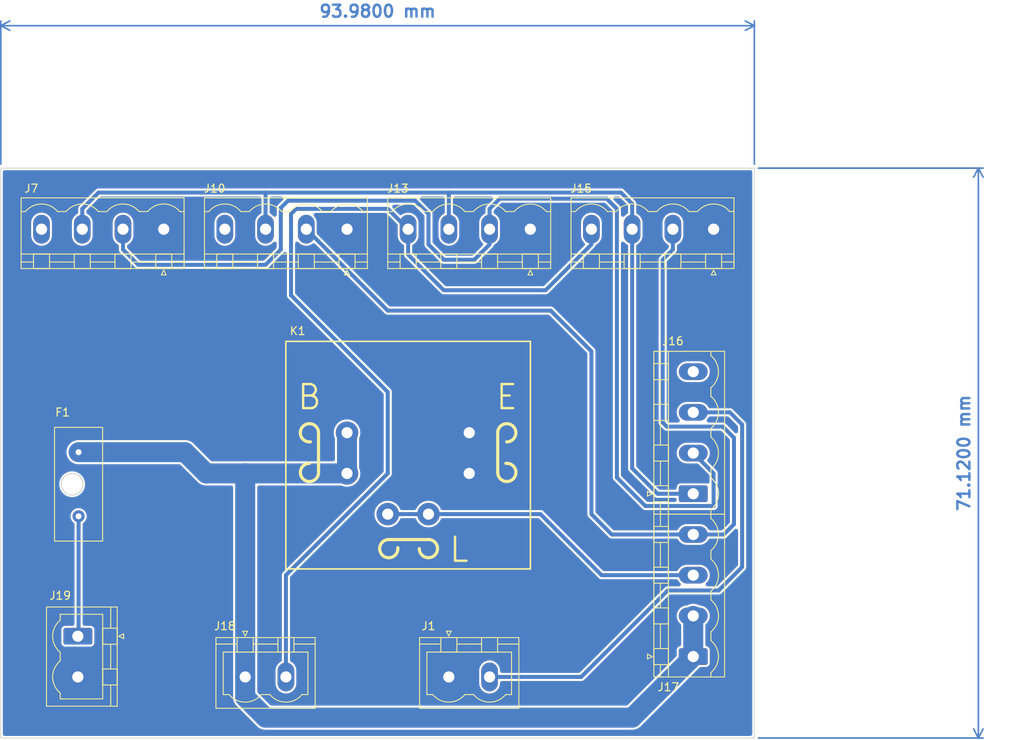
<source format=kicad_pcb>
(kicad_pcb (version 20211014) (generator pcbnew)

  (general
    (thickness 1.6)
  )

  (paper "A4")
  (layers
    (0 "F.Cu" signal)
    (31 "B.Cu" signal)
    (32 "B.Adhes" user "B.Adhesive")
    (33 "F.Adhes" user "F.Adhesive")
    (34 "B.Paste" user)
    (35 "F.Paste" user)
    (36 "B.SilkS" user "B.Silkscreen")
    (37 "F.SilkS" user "F.Silkscreen")
    (38 "B.Mask" user)
    (39 "F.Mask" user)
    (40 "Dwgs.User" user "User.Drawings")
    (41 "Cmts.User" user "User.Comments")
    (42 "Eco1.User" user "User.Eco1")
    (43 "Eco2.User" user "User.Eco2")
    (44 "Edge.Cuts" user)
    (45 "Margin" user)
    (46 "B.CrtYd" user "B.Courtyard")
    (47 "F.CrtYd" user "F.Courtyard")
    (48 "B.Fab" user)
    (49 "F.Fab" user)
    (50 "User.1" user)
    (51 "User.2" user)
    (52 "User.3" user)
    (53 "User.4" user)
    (54 "User.5" user)
    (55 "User.6" user)
    (56 "User.7" user)
    (57 "User.8" user)
    (58 "User.9" user)
  )

  (setup
    (stackup
      (layer "F.SilkS" (type "Top Silk Screen"))
      (layer "F.Paste" (type "Top Solder Paste"))
      (layer "F.Mask" (type "Top Solder Mask") (thickness 0.01))
      (layer "F.Cu" (type "copper") (thickness 0.035))
      (layer "dielectric 1" (type "core") (thickness 1.51) (material "FR4") (epsilon_r 4.5) (loss_tangent 0.02))
      (layer "B.Cu" (type "copper") (thickness 0.035))
      (layer "B.Mask" (type "Bottom Solder Mask") (thickness 0.01))
      (layer "B.Paste" (type "Bottom Solder Paste"))
      (layer "B.SilkS" (type "Bottom Silk Screen"))
      (copper_finish "None")
      (dielectric_constraints no)
    )
    (pad_to_mask_clearance 0)
    (pcbplotparams
      (layerselection 0x00010e0_ffffffff)
      (disableapertmacros false)
      (usegerberextensions false)
      (usegerberattributes true)
      (usegerberadvancedattributes true)
      (creategerberjobfile true)
      (svguseinch false)
      (svgprecision 6)
      (excludeedgelayer true)
      (plotframeref false)
      (viasonmask false)
      (mode 1)
      (useauxorigin false)
      (hpglpennumber 1)
      (hpglpenspeed 20)
      (hpglpendiameter 15.000000)
      (dxfpolygonmode true)
      (dxfimperialunits true)
      (dxfusepcbnewfont true)
      (psnegative false)
      (psa4output false)
      (plotreference true)
      (plotvalue true)
      (plotinvisibletext false)
      (sketchpadsonfab false)
      (subtractmaskfromsilk false)
      (outputformat 1)
      (mirror false)
      (drillshape 0)
      (scaleselection 1)
      (outputdirectory "")
    )
  )

  (net 0 "")
  (net 1 "GND1")
  (net 2 "Net-(F1-Pad2)")
  (net 3 "Net-(J13-Pad2)")
  (net 4 "Net-(J10-Pad2)")
  (net 5 "unconnected-(J7-Pad4)")
  (net 6 "unconnected-(J10-Pad4)")
  (net 7 "Net-(J10-Pad3)")
  (net 8 "Net-(J13-Pad4)")
  (net 9 "Net-(J1-Pad2)")
  (net 10 "Net-(J16-Pad3)")
  (net 11 "unconnected-(J17-Pad4)")
  (net 12 "/12V_5A")

  (footprint "circuit:Littelfuse_FuseHolder_FL1_178.6764.0001" (layer "F.Cu") (at 98.6 80.09 -90))

  (footprint "circuit:Generic_HeaderSocket_1x04_P5.08mm_Vertical_Open" (layer "F.Cu") (at 154.94 48.26 180))

  (footprint "circuit:Generic_HeaderSocket_1x04_P5.08mm_Vertical_Open" (layer "F.Cu") (at 177.8 48.26 180))

  (footprint "Connector_Phoenix_MSTB:PhoenixContact_MSTBVA_2,5_2-G-5,08_1x02_P5.08mm_Vertical" (layer "F.Cu") (at 98.51 99.06 -90))

  (footprint "circuit:Generic_HeaderSocket_1x04_P5.08mm_Vertical_Open" (layer "F.Cu") (at 109.22 48.26 180))

  (footprint "circuit:Generic_HeaderSocket_1x04_P5.08mm_Vertical_Open" (layer "F.Cu") (at 175.26 101.6 90))

  (footprint "circuit:CF13JL-02" (layer "F.Cu") (at 139.7 81.28 180))

  (footprint "Connector_Phoenix_MSTB:PhoenixContact_MSTBVA_2,5_2-G-5,08_1x02_P5.08mm_Vertical" (layer "F.Cu") (at 144.78 104.14))

  (footprint "Connector_Phoenix_MSTB:PhoenixContact_MSTBVA_2,5_2-G-5,08_1x02_P5.08mm_Vertical" (layer "F.Cu") (at 119.38 104.14))

  (footprint "circuit:Generic_HeaderSocket_1x04_P5.08mm_Vertical_Open" (layer "F.Cu") (at 175.26 81.28 90))

  (footprint "circuit:Generic_HeaderSocket_1x04_P5.08mm_Vertical_Open" (layer "F.Cu") (at 132.08 48.26 180))

  (gr_rect (start 88.9 40.64) (end 182.88 111.76) (layer "Edge.Cuts") (width 0.1) (fill none) (tstamp baf93642-2aff-4fc6-b370-4199fa085aee))
  (dimension (type aligned) (layer "B.Cu") (tstamp 6e881731-b0ec-403c-8613-a19541dab5d9)
    (pts (xy 88.9 40.64) (xy 182.88 40.64))
    (height -17.78)
    (gr_text "93.9800 mm" (at 135.89 21.06) (layer "B.Cu") (tstamp 828d0954-4142-416f-bd54-7d8bb9add560)
      (effects (font (size 1.5 1.5) (thickness 0.3)))
    )
    (format (units 3) (units_format 1) (precision 4))
    (style (thickness 0.2) (arrow_length 1.27) (text_position_mode 0) (extension_height 0.58642) (extension_offset 0.5) keep_text_aligned)
  )
  (dimension (type aligned) (layer "B.Cu") (tstamp af1f4209-9a36-4fb6-a68b-7dfdf35ca243)
    (pts (xy 182.88 40.64) (xy 182.88 111.76))
    (height -27.94)
    (gr_text "71.1200 mm" (at 209.02 76.2 90) (layer "B.Cu") (tstamp 0fd61edd-134f-475e-813c-fc16c3951766)
      (effects (font (size 1.5 1.5) (thickness 0.3)))
    )
    (format (units 3) (units_format 1) (precision 4))
    (style (thickness 0.2) (arrow_length 1.27) (text_position_mode 0) (extension_height 0.58642) (extension_offset 0.5) keep_text_aligned)
  )

  (segment (start 98.6 98.97) (end 98.6 84.09) (width 0.5) (layer "B.Cu") (net 2) (tstamp b05bdcc9-6aad-44f1-bedc-d7a70fd3b053))
  (segment (start 165.735 45.72) (end 164.465 44.45) (width 0.5) (layer "B.Cu") (net 3) (tstamp 0327b068-4c7d-4e98-8320-55acb6dac0d6))
  (segment (start 140.589 44.704) (end 142.24 46.355) (width 0.5) (layer "B.Cu") (net 3) (tstamp 1fa57041-d227-45b7-a263-5d7a1667f4d4))
  (segment (start 165.735 79.248) (end 165.735 45.72) (width 0.5) (layer "B.Cu") (net 3) (tstamp 34e04f39-12db-4466-bb34-c312a14550f1))
  (segment (start 106.045 52.705) (end 121.92 52.705) (width 0.5) (layer "B.Cu") (net 3) (tstamp 3878897b-74ef-4d06-81b5-eaa47744c11f))
  (segment (start 175.26 76.2) (end 177.8 78.74) (width 0.5) (layer "B.Cu") (net 3) (tstamp 4c8ff652-e9e1-49e4-9b39-52f321a07e45))
  (segment (start 123.825 45.593) (end 124.714 44.704) (width 0.5) (layer "B.Cu") (net 3) (tstamp 53ab3ba5-3999-4f4e-aa11-4f6578eeb6e1))
  (segment (start 144.145 52.07) (end 147.955 52.07) (width 0.5) (layer "B.Cu") (net 3) (tstamp 5ed510d2-7ca2-4469-b4e1-dbd14f554587))
  (segment (start 104.14 48.26) (end 104.14 50.8) (width 0.5) (layer "B.Cu") (net 3) (tstamp 64c22113-6a28-4e7d-aa3b-de42600d34a2))
  (segment (start 142.24 50.165) (end 144.145 52.07) (width 0.5) (layer "B.Cu") (net 3) (tstamp 661b2f4c-e152-4746-a42f-fe83fe39d5ab))
  (segment (start 123.825 50.8) (end 123.825 45.593) (width 0.5) (layer "B.Cu") (net 3) (tstamp 7337819f-c17b-4ad4-8fcc-e6bb3064b92f))
  (segment (start 177.8 82.804) (end 169.291 82.804) (width 0.5) (layer "B.Cu") (net 3) (tstamp 83559fa6-e62f-49ef-9c12-2f3273736f60))
  (segment (start 151.13 44.45) (end 149.86 45.72) (width 0.5) (layer "B.Cu") (net 3) (tstamp 846844ba-f318-47b7-aae2-a66db7b4ee3f))
  (segment (start 124.714 44.704) (end 140.589 44.704) (width 0.5) (layer "B.Cu") (net 3) (tstamp 868b2f5b-84cf-496a-b213-fa549b88cf5d))
  (segment (start 169.291 82.804) (end 165.735 79.248) (width 0.5) (layer "B.Cu") (net 3) (tstamp 90c6543f-6965-4dd2-902e-1b41873e1880))
  (segment (start 142.24 46.355) (end 142.24 50.165) (width 0.5) (layer "B.Cu") (net 3) (tstamp a3a7be1d-b207-47ef-9cc6-be90cb1a74f6))
  (segment (start 149.86 50.165) (end 149.86 48.26) (width 0.5) (layer "B.Cu") (net 3) (tstamp bd4cf5a2-306f-425b-b679-18c7951a06ea))
  (segment (start 147.955 52.07) (end 149.86 50.165) (width 0.5) (layer "B.Cu") (net 3) (tstamp c5bb07ff-d1d8-430c-b252-f1ff40ee7b3d))
  (segment (start 121.92 52.705) (end 123.825 50.8) (width 0.5) (layer "B.Cu") (net 3) (tstamp c8d38532-33dc-4613-be42-56ecb204beeb))
  (segment (start 177.8 78.74) (end 177.8 82.804) (width 0.5) (layer "B.Cu") (net 3) (tstamp d1ce9ef3-c548-4e75-bc03-9376f4622a15))
  (segment (start 104.14 50.8) (end 106.045 52.705) (width 0.5) (layer "B.Cu") (net 3) (tstamp ea4ec911-15b2-48d6-ac5d-d8cc27259a3b))
  (segment (start 164.465 44.45) (end 151.13 44.45) (width 0.5) (layer "B.Cu") (net 3) (tstamp f8c2c0d8-df08-432f-9866-583724415f3d))
  (segment (start 149.86 45.72) (end 149.86 48.26) (width 0.5) (layer "B.Cu") (net 3) (tstamp febc6cf7-6185-4d84-b810-e862eef83e61))
  (segment (start 165.1 86.36) (end 162.56 83.82) (width 0.5) (layer "B.Cu") (net 4) (tstamp 0a86c317-87d3-4af0-9a9d-39566f13d258))
  (segment (start 175.26 86.36) (end 165.1 86.36) (width 0.5) (layer "B.Cu") (net 4) (tstamp 1e2e7b2b-ad44-4303-a53b-bc8ae09575f3))
  (segment (start 171.958 72.898) (end 178.943 72.898) (width 0.5) (layer "B.Cu") (net 4) (tstamp 22806403-fa9f-4405-957e-9a20fbe736ea))
  (segment (start 180.34 85.09) (end 179.07 86.36) (width 0.5) (layer "B.Cu") (net 4) (tstamp 4b53f9c9-a1f7-4916-b263-83adb3420eb4))
  (segment (start 162.56 83.82) (end 162.56 63.5) (width 0.5) (layer "B.Cu") (net 4) (tstamp 6f10a105-d4fd-4c62-a0b6-6ff062a48855))
  (segment (start 171.45 72.39) (end 171.958 72.898) (width 0.5) (layer "B.Cu") (net 4) (tstamp 71520d9c-5c7d-4779-a108-9a64e361f0b8))
  (segment (start 180.34 74.295) (end 180.34 85.09) (width 0.5) (layer "B.Cu") (net 4) (tstamp 7ae9341c-98d5-4456-bc1b-16ad7ece35d4))
  (segment (start 179.07 86.36) (end 175.26 86.36) (width 0.5) (layer "B.Cu") (net 4) (tstamp 8025555e-5f03-4268-a287-6136581969d0))
  (segment (start 137.16 58.42) (end 127 48.26) (width 0.5) (layer "B.Cu") (net 4) (tstamp 81b9bf20-7f20-44f0-b5de-bbfa2907ef1c))
  (segment (start 171.45 52.07) (end 171.45 72.39) (width 0.5) (layer "B.Cu") (net 4) (tstamp 89596bf3-654b-4aa7-bad7-e2adf65ae120))
  (segment (start 172.72 48.26) (end 172.72 50.8) (width 0.5) (layer "B.Cu") (net 4) (tstamp b5b1acd1-f586-488a-a917-982d314fd2ef))
  (segment (start 178.943 72.898) (end 180.34 74.295) (width 0.5) (layer "B.Cu") (net 4) (tstamp c812c634-7ad3-4d59-b0f0-1ac8749d31a8))
  (segment (start 162.56 63.5) (end 157.48 58.42) (width 0.5) (layer "B.Cu") (net 4) (tstamp d825d66a-f050-4a32-b0e8-b9f71d1dbed5))
  (segment (start 172.72 50.8) (end 171.45 52.07) (width 0.5) (layer "B.Cu") (net 4) (tstamp f6b88316-aecb-49e9-bb05-971331a21f16))
  (segment (start 157.48 58.42) (end 137.16 58.42) (width 0.5) (layer "B.Cu") (net 4) (tstamp f8bfc24b-7fba-4ffe-8968-603a02617533))
  (segment (start 170.815 81.28) (end 175.26 81.28) (width 0.5) (layer "B.Cu") (net 7) (tstamp 0c5feab3-49d0-4313-97e9-0a7bf5087335))
  (segment (start 167.64 48.26) (end 167.64 78.105) (width 0.5) (layer "B.Cu") (net 7) (tstamp 2f83732a-7a57-4462-9ead-8bedb4af7157))
  (segment (start 144.78 48.26) (end 144.78 43.688) (width 0.5) (layer "B.Cu") (net 7) (tstamp 57cd8fd9-1329-4d62-9144-5e89e8d102f8))
  (segment (start 99.06 45.72) (end 101.092 43.688) (width 0.5) (layer "B.Cu") (net 7) (tstamp 5a5e5b3f-28ee-4309-ade3-56c4a5176ecb))
  (segment (start 144.78 43.688) (end 121.92 43.688) (width 0.5) (layer "B.Cu") (net 7) (tstamp 85ce6f67-0fa9-44bd-80eb-73e907683c7a))
  (segment (start 167.64 78.105) (end 170.815 81.28) (width 0.5) (layer "B.Cu") (net 7) (tstamp a7a537cb-fc24-4979-acec-8372ec17246d))
  (segment (start 99.06 48.26) (end 99.06 45.72) (width 0.5) (layer "B.Cu") (net 7) (tstamp b4bc2af3-8965-4ff7-b786-da487fbdf10f))
  (segment (start 101.092 43.688) (end 121.92 43.688) (width 0.5) (layer "B.Cu") (net 7) (tstamp c46de116-60f2-4529-932b-9cfc76bde2f0))
  (segment (start 167.64 48.26) (end 167.64 45.085) (width 0.5) (layer "B.Cu") (net 7) (tstamp c96b642b-ca67-4115-963b-a9d88b80498c))
  (segment (start 166.243 43.688) (end 144.78 43.688) (width 0.5) (layer "B.Cu") (net 7) (tstamp e028f8aa-cddc-44fe-a1c6-562250e2a91e))
  (segment (start 121.92 48.26) (end 121.92 43.688) (width 0.5) (layer "B.Cu") (net 7) (tstamp ea1bc124-271f-475b-9f8b-b673277c5436))
  (segment (start 167.64 45.085) (end 166.243 43.688) (width 0.5) (layer "B.Cu") (net 7) (tstamp ea76e44d-e95e-48ce-b12b-cdc8e9584e40))
  (segment (start 162.56 50.165) (end 162.56 48.26) (width 0.5) (layer "B.Cu") (net 8) (tstamp 1191422c-16ed-4e36-bd39-2d8d03b0a28b))
  (segment (start 125.73 45.72) (end 137.16 45.72) (width 0.5) (layer "B.Cu") (net 8) (tstamp 42d53081-e50e-42cd-aacb-0aab568a9cea))
  (segment (start 139.7 51.435) (end 144.145 55.88) (width 0.5) (layer "B.Cu") (net 8) (tstamp 539c2b2c-9adb-48cd-a7e1-4c567d0a8d56))
  (segment (start 125.095 56.515) (end 125.095 46.355) (width 0.5) (layer "B.Cu") (net 8) (tstamp 62d467cd-5685-49fe-b0dd-3b5be75f8ffd))
  (segment (start 125.095 46.355) (end 125.73 45.72) (width 0.5) (layer "B.Cu") (net 8) (tstamp 68b95fe5-4657-4aed-82c1-ec836bc70443))
  (segment (start 137.16 78.74) (end 137.16 68.58) (width 0.5) (layer "B.Cu") (net 8) (tstamp 6bf27104-1588-4f39-a907-37411f93ec5c))
  (segment (start 124.46 91.44) (end 137.16 78.74) (width 0.5) (layer "B.Cu") (net 8) (tstamp 98669dc9-091d-4b79-90fb-5dd2b45bf388))
  (segment (start 139.7 48.26) (end 139.7 51.435) (width 0.5) (layer "B.Cu") (net 8) (tstamp 9f2a6bb5-fe81-4429-a97f-116e87591e04))
  (segment (start 162.56 50.165) (end 156.845 55.88) (width 0.5) (layer "B.Cu") (net 8) (tstamp ad168ba0-ee1a-492c-b21e-73f9980d8408))
  (segment (start 124.46 104.14) (end 124.46 91.44) (width 0.5) (layer "B.Cu") (net 8) (tstamp d1dbb822-831a-40c5-806e-ad0ca403ad19))
  (segment (start 137.16 45.72) (end 139.7 48.26) (width 0.5) (layer "B.Cu") (net 8) (tstamp e0231a36-f91f-4dbd-ac04-dd02f49ce6c2))
  (segment (start 137.16 68.58) (end 125.095 56.515) (width 0.5) (layer "B.Cu") (net 8) (tstamp e31b825e-63c4-4ae1-b2f9-f010d2f97d9b))
  (segment (start 144.145 55.88) (end 156.845 55.88) (width 0.5) (layer "B.Cu") (net 8) (tstamp f72c4e08-c5a0-456f-8d3f-2ab81717152f))
  (segment (start 179.832 71.12) (end 181.356 72.644) (width 0.5) (layer "B.Cu") (net 9) (tstamp 1ee408c8-9501-4f49-a794-6a73b6b260ac))
  (segment (start 181.356 90.424) (end 178.435 93.345) (width 0.5) (layer "B.Cu") (net 9) (tstamp 60b04837-819a-4aa9-b519-e6525f655517))
  (segment (start 161.29 104.14) (end 149.86 104.14) (width 0.5) (layer "B.Cu") (net 9) (tstamp 73b44a80-dcbd-444f-8170-075866e83468))
  (segment (start 175.26 71.12) (end 179.832 71.12) (width 0.5) (layer "B.Cu") (net 9) (tstamp 7968c09b-b695-414e-93f4-6879d6b22664))
  (segment (start 178.435 93.345) (end 172.085 93.345) (width 0.5) (layer "B.Cu") (net 9) (tstamp b9002fa7-93e6-41b6-a347-c353fd935317))
  (segment (start 172.085 93.345) (end 161.29 104.14) (width 0.5) (layer "B.Cu") (net 9) (tstamp c886c39e-2f9f-4851-878b-cbb1c3763cfd))
  (segment (start 181.356 72.644) (end 181.356 90.424) (width 0.5) (layer "B.Cu") (net 9) (tstamp d9f14d57-5302-425d-a833-3caa3990a0da))
  (segment (start 142.24 83.82) (end 156.21 83.82) (width 0.5) (layer "B.Cu") (net 10) (tstamp 166e3727-ea13-4078-9587-ebae07917d46))
  (segment (start 156.21 83.82) (end 163.83 91.44) (width 0.5) (layer "B.Cu") (net 10) (tstamp 3db6f99b-cc98-4688-9cfd-8cc4b9de457f))
  (segment (start 137.16 83.82) (end 142.24 83.82) (width 0.5) (layer "B.Cu") (net 10) (tstamp 7ef2ad13-0397-4b3f-9952-ae58453dcf25))
  (segment (start 163.83 91.44) (end 175.26 91.44) (width 0.5) (layer "B.Cu") (net 10) (tstamp 8faf1bd2-a428-47ff-b908-13272a0e14a6))
  (segment (start 175.26 96.52) (end 175.26 101.6) (width 2.5) (layer "B.Cu") (net 12) (tstamp 1529d261-cfdd-469d-8c77-a3baac5fe65c))
  (segment (start 111.87 76.09) (end 98.6 76.09) (width 2.5) (layer "B.Cu") (net 12) (tstamp 1d006995-ecf6-40bc-9ccd-8f6f85e0c2cf))
  (segment (start 119.38 106.68) (end 121.92 109.22) (width 2.5) (layer "B.Cu") (net 12) (tstamp 1ef481e5-7b58-4d2f-b4d6-abedb3b2a446))
  (segment (start 114.52 78.74) (end 119.38 78.74) (width 2.5) (layer "B.Cu") (net 12) (tstamp 21866b86-b407-4890-99ba-c005987b61c4))
  (segment (start 121.92 109.22) (end 167.64 109.22) (width 2.5) (layer "B.Cu") (net 12) (tstamp 5225d2fe-df37-4801-955e-1139c3a36848))
  (segment (start 119.38 104.14) (end 119.38 78.74) (width 2.5) (layer "B.Cu") (net 12) (tstamp 59fe66d1-b624-4e01-8135-43750068eb8e))
  (segment (start 119.38 78.74) (end 132.08 78.74) (width 2.5) (layer "B.Cu") (net 12) (tstamp 84a46f41-d68f-4cda-ad6b-4896aeade3f1))
  (segment (start 132.08 78.74) (end 132.08 73.66) (width 2.5) (layer "B.Cu") (net 12) (tstamp 900899e4-c083-40a5-8a0f-e1fd21dac507))
  (segment (start 111.87 76.09) (end 114.52 78.74) (width 2.5) (layer "B.Cu") (net 12) (tstamp 933c9c39-c18f-4a8d-8455-cdb273965729))
  (segment (start 167.64 109.22) (end 175.26 101.6) (width 2.5) (layer "B.Cu") (net 12) (tstamp 9473b439-4def-4880-99bc-cc6ddde00412))
  (segment (start 119.38 104.14) (end 119.38 106.68) (width 2.5) (layer "B.Cu") (net 12) (tstamp ff08119c-8c68-451d-9937-3e2276b97834))

  (zone (net 1) (net_name "GND1") (layer "B.Cu") (tstamp c8a69dad-8d20-4ddc-a5c3-56d29cf8532f) (hatch edge 0.508)
    (connect_pads yes (clearance 0.254))
    (min_thickness 0.508) (filled_areas_thickness no)
    (fill yes (thermal_gap 0.508) (thermal_bridge_width 2.5) (island_removal_mode 1) (island_area_min 0))
    (polygon
      (pts
        (xy 182.88 111.76)
        (xy 88.9 111.76)
        (xy 88.9 40.64)
        (xy 182.88 40.64)
      )
    )
    (filled_polygon
      (layer "B.Cu")
      (pts
        (xy 182.469319 40.913758)
        (xy 182.551398 40.968602)
        (xy 182.606242 41.050681)
        (xy 182.6255 41.1475)
        (xy 182.6255 111.2525)
        (xy 182.606242 111.349319)
        (xy 182.551398 111.431398)
        (xy 182.469319 111.486242)
        (xy 182.3725 111.5055)
        (xy 89.4075 111.5055)
        (xy 89.310681 111.486242)
        (xy 89.228602 111.431398)
        (xy 89.173758 111.349319)
        (xy 89.1545 111.2525)
        (xy 89.1545 98.222243)
        (xy 96.4555 98.222243)
        (xy 96.455501 99.897756)
        (xy 96.462202 99.959449)
        (xy 96.512929 100.094765)
        (xy 96.599596 100.210404)
        (xy 96.715235 100.297071)
        (xy 96.732111 100.303398)
        (xy 96.732114 100.303399)
        (xy 96.755597 100.312202)
        (xy 96.850551 100.347798)
        (xy 96.866319 100.349511)
        (xy 96.905429 100.35376)
        (xy 96.905434 100.35376)
        (xy 96.912243 100.3545)
        (xy 96.919096 100.3545)
        (xy 98.5114 100.354499)
        (xy 100.107756 100.354499)
        (xy 100.114547 100.353761)
        (xy 100.114554 100.353761)
        (xy 100.134585 100.351585)
        (xy 100.169449 100.347798)
        (xy 100.264403 100.312202)
        (xy 100.287886 100.303399)
        (xy 100.287889 100.303398)
        (xy 100.304765 100.297071)
        (xy 100.420404 100.210404)
        (xy 100.507071 100.094765)
        (xy 100.557798 99.959449)
        (xy 100.5645 99.897757)
        (xy 100.564499 98.222244)
        (xy 100.557798 98.160551)
        (xy 100.507071 98.025235)
        (xy 100.420404 97.909596)
        (xy 100.304765 97.822929)
        (xy 100.287889 97.816602)
        (xy 100.287886 97.816601)
        (xy 100.236239 97.79724)
        (xy 100.169449 97.772202)
        (xy 100.153681 97.770489)
        (xy 100.114571 97.76624)
        (xy 100.114566 97.76624)
        (xy 100.107757 97.7655)
        (xy 99.3575 97.7655)
        (xy 99.260681 97.746242)
        (xy 99.178602 97.691398)
        (xy 99.123758 97.609319)
        (xy 99.1045 97.5125)
        (xy 99.1045 85.09402)
        (xy 99.123758 84.997201)
        (xy 99.178602 84.915122)
        (xy 99.201732 84.894659)
        (xy 99.296074 84.82095)
        (xy 99.424793 84.671828)
        (xy 99.522096 84.500544)
        (xy 99.584277 84.313622)
        (xy 99.608966 84.118183)
        (xy 99.60936 84.09)
        (xy 99.590137 83.893948)
        (xy 99.58335 83.871467)
        (xy 99.536776 83.717206)
        (xy 99.536775 83.717202)
        (xy 99.5332 83.705363)
        (xy 99.522443 83.685131)
        (xy 99.446527 83.542356)
        (xy 99.440717 83.531429)
        (xy 99.42346 83.510269)
        (xy 99.324034 83.388361)
        (xy 99.316212 83.37877)
        (xy 99.281873 83.350362)
        (xy 99.246219 83.320867)
        (xy 99.164427 83.253203)
        (xy 98.991143 83.159508)
        (xy 98.80296 83.101256)
        (xy 98.607047 83.080665)
        (xy 98.594729 83.081786)
        (xy 98.594724 83.081786)
        (xy 98.475195 83.092665)
        (xy 98.410865 83.098519)
        (xy 98.221887 83.154138)
        (xy 98.210924 83.15987)
        (xy 98.21092 83.159871)
        (xy 98.076775 83.230001)
        (xy 98.047312 83.245404)
        (xy 98.037672 83.253155)
        (xy 98.03767 83.253156)
        (xy 97.98423 83.296123)
        (xy 97.893788 83.36884)
        (xy 97.767163 83.519745)
        (xy 97.761204 83.530585)
        (xy 97.761203 83.530586)
        (xy 97.750134 83.550721)
        (xy 97.672262 83.692371)
        (xy 97.644742 83.779124)
        (xy 97.620284 83.856226)
        (xy 97.612697 83.880142)
        (xy 97.611318 83.892436)
        (xy 97.592603 84.059284)
        (xy 97.590738 84.075907)
        (xy 97.607222 84.272209)
        (xy 97.610631 84.284099)
        (xy 97.610632 84.284102)
        (xy 97.627739 84.343759)
        (xy 97.661521 84.46157)
        (xy 97.667177 84.472575)
        (xy 97.667178 84.472578)
        (xy 97.745909 84.625773)
        (xy 97.745912 84.625778)
        (xy 97.751566 84.636779)
        (xy 97.759253 84.646478)
        (xy 97.759254 84.646479)
        (xy 97.866235 84.781456)
        (xy 97.866239 84.78146)
        (xy 97.873927 84.79116)
        (xy 97.883354 84.799183)
        (xy 97.883356 84.799185)
        (xy 98.006474 84.903966)
        (xy 98.067724 84.981382)
        (xy 98.094685 85.076344)
        (xy 98.0955 85.096635)
        (xy 98.0955 97.512501)
        (xy 98.076242 97.60932)
        (xy 98.021398 97.691399)
        (xy 97.939319 97.746243)
        (xy 97.8425 97.765501)
        (xy 96.912244 97.765501)
        (xy 96.905453 97.766239)
        (xy 96.905446 97.766239)
        (xy 96.885415 97.768415)
        (xy 96.850551 97.772202)
        (xy 96.783761 97.79724)
        (xy 96.732114 97.816601)
        (xy 96.732111 97.816602)
        (xy 96.715235 97.822929)
        (xy 96.599596 97.909596)
        (xy 96.512929 98.025235)
        (xy 96.462202 98.160551)
        (xy 96.4555 98.222243)
        (xy 89.1545 98.222243)
        (xy 89.1545 80.09)
        (xy 96.190539 80.09)
        (xy 96.210354 80.341775)
        (xy 96.269312 80.587351)
        (xy 96.36596 80.82068)
        (xy 96.497919 81.036017)
        (xy 96.504372 81.043573)
        (xy 96.504376 81.043578)
        (xy 96.617584 81.176128)
        (xy 96.661939 81.228061)
        (xy 96.669498 81.234517)
        (xy 96.846422 81.385624)
        (xy 96.846427 81.385628)
        (xy 96.853983 81.392081)
        (xy 97.06932 81.52404)
        (xy 97.302649 81.620688)
        (xy 97.548225 81.679646)
        (xy 97.8 81.699461)
        (xy 98.051775 81.679646)
        (xy 98.297351 81.620688)
        (xy 98.53068 81.52404)
        (xy 98.746017 81.392081)
        (xy 98.753573 81.385628)
        (xy 98.753578 81.385624)
        (xy 98.930502 81.234517)
        (xy 98.938061 81.228061)
        (xy 98.982416 81.176128)
        (xy 99.095624 81.043578)
        (xy 99.095628 81.043573)
        (xy 99.102081 81.036017)
        (xy 99.23404 80.82068)
        (xy 99.330688 80.587351)
        (xy 99.389646 80.341775)
        (xy 99.409461 80.09)
        (xy 99.389646 79.838225)
        (xy 99.330688 79.592649)
        (xy 99.23404 79.35932)
        (xy 99.102081 79.143983)
        (xy 99.095628 79.136427)
        (xy 99.095624 79.136422)
        (xy 98.944517 78.959498)
        (xy 98.938061 78.951939)
        (xy 98.908728 78.926886)
        (xy 98.753578 78.794376)
        (xy 98.753573 78.794372)
        (xy 98.746017 78.787919)
        (xy 98.53068 78.65596)
        (xy 98.297351 78.559312)
        (xy 98.051775 78.500354)
        (xy 97.8 78.480539)
        (xy 97.548225 78.500354)
        (xy 97.302649 78.559312)
        (xy 97.06932 78.65596)
        (xy 96.853983 78.787919)
        (xy 96.846427 78.794372)
        (xy 96.846422 78.794376)
        (xy 96.691272 78.926886)
        (xy 96.661939 78.951939)
        (xy 96.655483 78.959498)
        (xy 96.504376 79.136422)
        (xy 96.504372 79.136427)
        (xy 96.497919 79.143983)
        (xy 96.36596 79.35932)
        (xy 96.269312 79.592649)
        (xy 96.210354 79.838225)
        (xy 96.192796 80.061323)
        (xy 96.190539 80.09)
        (xy 89.1545 80.09)
        (xy 89.1545 76.142677)
        (xy 97.091524 76.142677)
        (xy 97.119351 76.383176)
        (xy 97.185271 76.616133)
        (xy 97.18956 76.625331)
        (xy 97.189562 76.625336)
        (xy 97.283297 76.826349)
        (xy 97.287589 76.835553)
        (xy 97.423671 77.035793)
        (xy 97.590018 77.211699)
        (xy 97.598082 77.217865)
        (xy 97.598086 77.217868)
        (xy 97.620808 77.23524)
        (xy 97.782348 77.358747)
        (xy 97.995715 77.473153)
        (xy 98.224629 77.551975)
        (xy 98.234643 77.553705)
        (xy 98.234648 77.553706)
        (xy 98.455359 77.591829)
        (xy 98.455365 77.59183)
        (xy 98.4632 77.593183)
        (xy 98.47114 77.593544)
        (xy 98.471144 77.593544)
        (xy 98.489355 77.594371)
        (xy 98.489369 77.594371)
        (xy 98.492203 77.5945)
        (xy 111.14202 77.5945)
        (xy 111.238839 77.613758)
        (xy 111.320918 77.668602)
        (xy 113.437956 79.78564)
        (xy 113.442881 79.790704)
        (xy 113.510018 79.861699)
        (xy 113.518083 79.867866)
        (xy 113.518095 79.867876)
        (xy 113.569621 79.907271)
        (xy 113.579926 79.915585)
        (xy 113.637068 79.964216)
        (xy 113.645756 79.969477)
        (xy 113.645758 79.969479)
        (xy 113.659191 79.977614)
        (xy 113.681797 79.993035)
        (xy 113.694275 80.002575)
        (xy 113.694279 80.002577)
        (xy 113.702348 80.008747)
        (xy 113.711296 80.013545)
        (xy 113.711304 80.01355)
        (xy 113.768468 80.044201)
        (xy 113.779971 80.050761)
        (xy 113.844154 80.089632)
        (xy 113.868151 80.099328)
        (xy 113.892909 80.110925)
        (xy 113.915715 80.123153)
        (xy 113.925314 80.126458)
        (xy 113.925318 80.12646)
        (xy 113.934426 80.129596)
        (xy 113.985941 80.147334)
        (xy 113.986658 80.147581)
        (xy 113.999054 80.152216)
        (xy 114.06863 80.180326)
        (xy 114.078538 80.182577)
        (xy 114.093849 80.186056)
        (xy 114.120161 80.193551)
        (xy 114.135019 80.198667)
        (xy 114.135031 80.19867)
        (xy 114.144629 80.201975)
        (xy 114.208433 80.212996)
        (xy 114.218565 80.214746)
        (xy 114.231551 80.217341)
        (xy 114.278384 80.227981)
        (xy 114.304716 80.233963)
        (xy 114.321058 80.234991)
        (xy 114.330531 80.235587)
        (xy 114.357704 80.238779)
        (xy 114.364768 80.239999)
        (xy 114.3832 80.243183)
        (xy 114.391131 80.243543)
        (xy 114.391139 80.243544)
        (xy 114.409355 80.244371)
        (xy 114.409369 80.244371)
        (xy 114.412203 80.2445)
        (xy 114.464241 80.2445)
        (xy 114.480127 80.244999)
        (xy 114.536211 80.248528)
        (xy 114.536217 80.248528)
        (xy 114.546343 80.249165)
        (xy 114.581611 80.245707)
        (xy 114.606299 80.2445)
        (xy 117.6225 80.2445)
        (xy 117.719319 80.263758)
        (xy 117.801398 80.318602)
        (xy 117.856242 80.400681)
        (xy 117.8755 80.4975)
        (xy 117.8755 106.654291)
        (xy 117.875401 106.661354)
        (xy 117.872674 106.758996)
        (xy 117.874018 106.769066)
        (xy 117.874018 106.769073)
        (xy 117.882597 106.833369)
        (xy 117.884004 106.846539)
        (xy 117.890021 106.921324)
        (xy 117.896194 106.946457)
        (xy 117.901272 106.973334)
        (xy 117.904693 106.998972)
        (xy 117.907629 107.008695)
        (xy 117.926378 107.070793)
        (xy 117.929873 107.08357)
        (xy 117.947771 107.156439)
        (xy 117.957882 107.180258)
        (xy 117.967195 107.205987)
        (xy 117.971731 107.221014)
        (xy 117.971734 107.221021)
        (xy 117.974669 107.230743)
        (xy 118.007572 107.298204)
        (xy 118.013039 107.3102)
        (xy 118.042369 107.379297)
        (xy 118.05615 107.401181)
        (xy 118.069452 107.425079)
        (xy 118.0808 107.448345)
        (xy 118.124049 107.509654)
        (xy 118.131399 107.520675)
        (xy 118.165966 107.575567)
        (xy 118.165971 107.575574)
        (xy 118.17138 107.584163)
        (xy 118.188494 107.603575)
        (xy 118.205442 107.625035)
        (xy 118.220357 107.646179)
        (xy 118.239934 107.667618)
        (xy 118.276728 107.704412)
        (xy 118.287607 107.715997)
        (xy 118.331486 107.765768)
        (xy 118.339329 107.77221)
        (xy 118.339338 107.772219)
        (xy 118.358873 107.788265)
        (xy 118.377184 107.804868)
        (xy 120.837956 110.26564)
        (xy 120.842881 110.270704)
        (xy 120.910018 110.341699)
        (xy 120.969624 110.387272)
        (xy 120.979917 110.395577)
        (xy 121.02933 110.437632)
        (xy 121.029336 110.437636)
        (xy 121.037067 110.444216)
        (xy 121.045756 110.449478)
        (xy 121.059201 110.457621)
        (xy 121.081798 110.473036)
        (xy 121.085611 110.475951)
        (xy 121.102348 110.488747)
        (xy 121.168481 110.524207)
        (xy 121.179964 110.530757)
        (xy 121.230887 110.561597)
        (xy 121.244154 110.569632)
        (xy 121.253577 110.573439)
        (xy 121.268142 110.579324)
        (xy 121.292914 110.590927)
        (xy 121.315715 110.603153)
        (xy 121.367189 110.620877)
        (xy 121.386653 110.627579)
        (xy 121.399057 110.632217)
        (xy 121.45459 110.654653)
        (xy 121.468629 110.660325)
        (xy 121.493846 110.666054)
        (xy 121.520163 110.673551)
        (xy 121.535017 110.678666)
        (xy 121.535025 110.678668)
        (xy 121.544629 110.681975)
        (xy 121.55464 110.683704)
        (xy 121.554643 110.683705)
        (xy 121.618565 110.694746)
        (xy 121.631552 110.697341)
        (xy 121.686175 110.709751)
        (xy 121.704716 110.713963)
        (xy 121.714856 110.714601)
        (xy 121.714857 110.714601)
        (xy 121.730531 110.715587)
        (xy 121.757704 110.718779)
        (xy 121.764768 110.719999)
        (xy 121.7832 110.723183)
        (xy 121.791131 110.723543)
        (xy 121.791139 110.723544)
        (xy 121.809355 110.724371)
        (xy 121.809369 110.724371)
        (xy 121.812203 110.7245)
        (xy 121.86424 110.7245)
        (xy 121.880126 110.724999)
        (xy 121.93621 110.728528)
        (xy 121.936216 110.728528)
        (xy 121.946342 110.729165)
        (xy 121.98161 110.725707)
        (xy 122.006298 110.7245)
        (xy 167.614291 110.7245)
        (xy 167.621354 110.724599)
        (xy 167.718996 110.727326)
        (xy 167.729066 110.725982)
        (xy 167.729073 110.725982)
        (xy 167.793369 110.717403)
        (xy 167.806539 110.715996)
        (xy 167.871198 110.710794)
        (xy 167.871202 110.710793)
        (xy 167.881324 110.709979)
        (xy 167.906457 110.703806)
        (xy 167.933334 110.698728)
        (xy 167.948895 110.696652)
        (xy 167.9489 110.696651)
        (xy 167.958972 110.695307)
        (xy 168.030808 110.673618)
        (xy 168.04357 110.670127)
        (xy 168.060152 110.666054)
        (xy 168.116439 110.652229)
        (xy 168.140258 110.642118)
        (xy 168.165983 110.632807)
        (xy 168.170141 110.631551)
        (xy 168.181014 110.628269)
        (xy 168.181021 110.628266)
        (xy 168.190743 110.625331)
        (xy 168.258204 110.592428)
        (xy 168.2702 110.586961)
        (xy 168.339297 110.557631)
        (xy 168.361184 110.543848)
        (xy 168.385079 110.530548)
        (xy 168.408345 110.5192)
        (xy 168.469657 110.475949)
        (xy 168.480675 110.468601)
        (xy 168.535567 110.434034)
        (xy 168.535574 110.434029)
        (xy 168.544163 110.42862)
        (xy 168.563575 110.411506)
        (xy 168.585036 110.394558)
        (xy 168.599679 110.384228)
        (xy 168.606179 110.379643)
        (xy 168.627618 110.360066)
        (xy 168.664412 110.323272)
        (xy 168.675998 110.312392)
        (xy 168.718151 110.275229)
        (xy 168.725768 110.268514)
        (xy 168.73221 110.260671)
        (xy 168.732219 110.260662)
        (xy 168.748265 110.241127)
        (xy 168.764868 110.222816)
        (xy 176.019083 102.968601)
        (xy 176.101162 102.913757)
        (xy 176.197981 102.894499)
        (xy 176.857756 102.894499)
        (xy 176.864547 102.893761)
        (xy 176.864554 102.893761)
        (xy 176.884585 102.891585)
        (xy 176.919449 102.887798)
        (xy 176.986239 102.86276)
        (xy 177.037886 102.843399)
        (xy 177.037889 102.843398)
        (xy 177.054765 102.837071)
        (xy 177.170404 102.750404)
        (xy 177.257071 102.634765)
        (xy 177.307798 102.499449)
        (xy 177.3145 102.437757)
        (xy 177.314499 100.762244)
        (xy 177.307798 100.700551)
        (xy 177.257071 100.565235)
        (xy 177.170404 100.449596)
        (xy 177.054765 100.362929)
        (xy 177.037888 100.356602)
        (xy 177.037884 100.3566)
        (xy 176.928692 100.315667)
        (xy 176.844794 100.263649)
        (xy 176.787189 100.183483)
        (xy 176.7645 100.078766)
        (xy 176.7645 97.708315)
        (xy 176.783758 97.611496)
        (xy 176.838602 97.529417)
        (xy 176.849313 97.519602)
        (xy 176.855267 97.515433)
        (xy 177.015433 97.355267)
        (xy 177.021763 97.346227)
        (xy 177.021767 97.346222)
        (xy 177.139019 97.178767)
        (xy 177.145352 97.169723)
        (xy 177.241079 96.964436)
        (xy 177.299704 96.745646)
        (xy 177.319445 96.52)
        (xy 177.299704 96.294354)
        (xy 177.241079 96.075564)
        (xy 177.145352 95.870278)
        (xy 177.015433 95.684733)
        (xy 176.855267 95.524567)
        (xy 176.669722 95.394648)
        (xy 176.464436 95.298921)
        (xy 176.453765 95.296062)
        (xy 176.453763 95.296061)
        (xy 176.392713 95.279703)
        (xy 176.245646 95.240296)
        (xy 176.076523 95.2255)
        (xy 176.076658 95.223954)
        (xy 175.989694 95.202681)
        (xy 175.969336 95.192038)
        (xy 175.920972 95.163889)
        (xy 175.920958 95.163882)
        (xy 175.912188 95.158778)
        (xy 175.686165 95.072016)
        (xy 175.449177 95.022507)
        (xy 175.439036 95.022046)
        (xy 175.439032 95.022046)
        (xy 175.233065 95.012693)
        (xy 175.207323 95.011524)
        (xy 174.966824 95.039351)
        (xy 174.858728 95.069939)
        (xy 174.743641 95.102505)
        (xy 174.743638 95.102506)
        (xy 174.733867 95.105271)
        (xy 174.724669 95.10956)
        (xy 174.724664 95.109562)
        (xy 174.523986 95.203141)
        (xy 174.439114 95.225882)
        (xy 174.274354 95.240296)
        (xy 174.127287 95.279703)
        (xy 174.066237 95.296061)
        (xy 174.066235 95.296062)
        (xy 174.055564 95.298921)
        (xy 173.850278 95.394648)
        (xy 173.664733 95.524567)
        (xy 173.504567 95.684733)
        (xy 173.498237 95.693773)
        (xy 173.498233 95.693778)
        (xy 173.421596 95.803229)
        (xy 173.374648 95.870277)
        (xy 173.278921 96.075564)
        (xy 173.220296 96.294354)
        (xy 173.200555 96.52)
        (xy 173.220296 96.745646)
        (xy 173.278921 96.964436)
        (xy 173.374648 97.169722)
        (xy 173.504567 97.355267)
        (xy 173.664733 97.515433)
        (xy 173.667329 97.517251)
        (xy 173.726915 97.591496)
        (xy 173.754538 97.686268)
        (xy 173.7555 97.708315)
        (xy 173.7555 100.078766)
        (xy 173.736242 100.175585)
        (xy 173.681398 100.257664)
        (xy 173.591308 100.315667)
        (xy 173.482116 100.3566)
        (xy 173.482112 100.356602)
        (xy 173.465235 100.362929)
        (xy 173.349596 100.449596)
        (xy 173.262929 100.565235)
        (xy 173.212202 100.700551)
        (xy 173.2055 100.762243)
        (xy 173.2055 101.42202)
        (xy 173.186242 101.518839)
        (xy 173.131398 101.600918)
        (xy 167.090918 107.641398)
        (xy 167.008839 107.696242)
        (xy 166.91202 107.7155)
        (xy 122.64798 107.7155)
        (xy 122.551161 107.696242)
        (xy 122.469082 107.641398)
        (xy 120.958602 106.130918)
        (xy 120.903758 106.048839)
        (xy 120.8845 105.95202)
        (xy 120.8845 80.4975)
        (xy 120.903758 80.400681)
        (xy 120.958602 80.318602)
        (xy 121.040681 80.263758)
        (xy 121.1375 80.2445)
        (xy 131.338443 80.2445)
        (xy 131.435262 80.263759)
        (xy 131.56715 80.318389)
        (xy 131.820379 80.379183)
        (xy 132.08 80.399616)
        (xy 132.339621 80.379183)
        (xy 132.59285 80.318389)
        (xy 132.762364 80.248174)
        (xy 132.824262 80.222535)
        (xy 132.824264 80.222534)
        (xy 132.83345 80.218729)
        (xy 133.055498 80.082658)
        (xy 133.253526 79.913526)
        (xy 133.422658 79.715498)
        (xy 133.558729 79.49345)
        (xy 133.577585 79.447929)
        (xy 133.654584 79.262036)
        (xy 133.658389 79.25285)
        (xy 133.719183 78.999621)
        (xy 133.739616 78.74)
        (xy 133.719183 78.480379)
        (xy 133.658389 78.22715)
        (xy 133.603759 78.095262)
        (xy 133.5845 77.998443)
        (xy 133.5845 74.401557)
        (xy 133.603759 74.304738)
        (xy 133.654584 74.182036)
        (xy 133.658389 74.17285)
        (xy 133.719183 73.919621)
        (xy 133.739616 73.66)
        (xy 133.719183 73.400379)
        (xy 133.658389 73.14715)
        (xy 133.558729 72.90655)
        (xy 133.422658 72.684502)
        (xy 133.253526 72.486474)
        (xy 133.055498 72.317342)
        (xy 132.83345 72.181271)
        (xy 132.735021 72.1405)
        (xy 132.602036 72.085416)
        (xy 132.59285 72.081611)
        (xy 132.339621 72.020817)
        (xy 132.08 72.000384)
        (xy 131.820379 72.020817)
        (xy 131.56715 72.081611)
        (xy 131.557964 72.085416)
        (xy 131.42498 72.1405)
        (xy 131.32655 72.181271)
        (xy 131.104502 72.317342)
        (xy 130.906474 72.486474)
        (xy 130.737342 72.684502)
        (xy 130.601271 72.90655)
        (xy 130.501611 73.14715)
        (xy 130.440817 73.400379)
        (xy 130.420384 73.66)
        (xy 130.440817 73.919621)
        (xy 130.501611 74.17285)
        (xy 130.505416 74.182036)
        (xy 130.556241 74.304738)
        (xy 130.5755 74.401557)
        (xy 130.5755 76.9825)
        (xy 130.556242 77.079319)
        (xy 130.501398 77.161398)
        (xy 130.419319 77.216242)
        (xy 130.3225 77.2355)
        (xy 119.42063 77.2355)
        (xy 119.409153 77.23524)
        (xy 119.353043 77.232692)
        (xy 119.327323 77.231524)
        (xy 119.31723 77.232692)
        (xy 119.317225 77.232692)
        (xy 119.307454 77.233823)
        (xy 119.278374 77.2355)
        (xy 115.24798 77.2355)
        (xy 115.151161 77.216242)
        (xy 115.069082 77.161398)
        (xy 112.952044 75.04436)
        (xy 112.947119 75.039296)
        (xy 112.886962 74.975682)
        (xy 112.886961 74.975681)
        (xy 112.879982 74.968301)
        (xy 112.871917 74.962134)
        (xy 112.871905 74.962124)
        (xy 112.820379 74.922729)
        (xy 112.810074 74.914415)
        (xy 112.760666 74.872366)
        (xy 112.760665 74.872365)
        (xy 112.752932 74.865784)
        (xy 112.730809 74.852386)
        (xy 112.708203 74.836965)
        (xy 112.695725 74.827425)
        (xy 112.695721 74.827423)
        (xy 112.687652 74.821253)
        (xy 112.678704 74.816455)
        (xy 112.678696 74.81645)
        (xy 112.621532 74.785799)
        (xy 112.610028 74.779238)
        (xy 112.545846 74.740368)
        (xy 112.521849 74.730672)
        (xy 112.497091 74.719075)
        (xy 112.474285 74.706847)
        (xy 112.464686 74.703542)
        (xy 112.464682 74.70354)
        (xy 112.403342 74.682419)
        (xy 112.390946 74.677784)
        (xy 112.32137 74.649674)
        (xy 112.311462 74.647423)
        (xy 112.296151 74.643944)
        (xy 112.269839 74.636449)
        (xy 112.254981 74.631333)
        (xy 112.254969 74.63133)
        (xy 112.245371 74.628025)
        (xy 112.181567 74.617004)
        (xy 112.171435 74.615254)
        (xy 112.158449 74.612659)
        (xy 112.111616 74.602019)
        (xy 112.085284 74.596037)
        (xy 112.068942 74.595009)
        (xy 112.059469 74.594413)
        (xy 112.032296 74.591221)
        (xy 112.025232 74.590001)
        (xy 112.0068 74.586817)
        (xy 111.998869 74.586457)
        (xy 111.998861 74.586456)
        (xy 111.980645 74.585629)
        (xy 111.980631 74.585629)
        (xy 111.977797 74.5855)
        (xy 111.925759 74.5855)
        (xy 111.909873 74.585001)
        (xy 111.853789 74.581472)
        (xy 111.853783 74.581472)
        (xy 111.843657 74.580835)
        (xy 111.808899 74.584243)
        (xy 111.808389 74.584293)
        (xy 111.783701 74.5855)
        (xy 98.539159 74.5855)
        (xy 98.534102 74.585907)
        (xy 98.534099 74.585907)
        (xy 98.505973 74.58817)
        (xy 98.358676 74.600021)
        (xy 98.348804 74.602446)
        (xy 98.348803 74.602446)
        (xy 98.133428 74.655347)
        (xy 98.133423 74.655349)
        (xy 98.123561 74.657771)
        (xy 98.114213 74.661739)
        (xy 98.11421 74.66174)
        (xy 97.91006 74.748397)
        (xy 97.900703 74.752369)
        (xy 97.892105 74.757783)
        (xy 97.892102 74.757785)
        (xy 97.720603 74.865784)
        (xy 97.695837 74.88138)
        (xy 97.514232 75.041486)
        (xy 97.360561 75.228568)
        (xy 97.299669 75.33319)
        (xy 97.243891 75.429026)
        (xy 97.243888 75.429032)
        (xy 97.238778 75.437812)
        (xy 97.152016 75.663835)
        (xy 97.102507 75.900823)
        (xy 97.102046 75.910964)
        (xy 97.102046 75.910968)
        (xy 97.099168 75.974354)
        (xy 97.091524 76.142677)
        (xy 89.1545 76.142677)
        (xy 89.1545 49.076523)
        (xy 92.6855 49.076523)
        (xy 92.700296 49.245646)
        (xy 92.758921 49.464436)
        (xy 92.854648 49.669722)
        (xy 92.984567 49.855267)
        (xy 93.144733 50.015433)
        (xy 93.153773 50.021763)
        (xy 93.153778 50.021767)
        (xy 93.237547 50.080422)
        (xy 93.330277 50.145352)
        (xy 93.535564 50.241079)
        (xy 93.546235 50.243938)
        (xy 93.546237 50.243939)
        (xy 93.561147 50.247934)
        (xy 93.754354 50.299704)
        (xy 93.98 50.319445)
        (xy 94.205646 50.299704)
        (xy 94.398853 50.247934)
        (xy 94.413763 50.243939)
        (xy 94.413765 50.243938)
        (xy 94.424436 50.241079)
        (xy 94.586864 50.165337)
        (xy 94.619716 50.150018)
        (xy 94.619717 50.150017)
        (xy 94.629722 50.145352)
        (xy 94.815267 50.015433)
        (xy 94.975433 49.855267)
        (xy 95.105352 49.669722)
        (xy 95.201079 49.464436)
        (xy 95.259704 49.245646)
        (xy 95.2745 49.076523)
        (xy 97.7655 49.076523)
        (xy 97.780296 49.245646)
        (xy 97.838921 49.464436)
        (xy 97.934648 49.669722)
        (xy 98.064567 49.855267)
        (xy 98.224733 50.015433)
        (xy 98.233773 50.021763)
        (xy 98.233778 50.021767)
        (xy 98.317547 50.080422)
        (xy 98.410277 50.145352)
        (xy 98.615564 50.241079)
        (xy 98.626235 50.243938)
        (xy 98.626237 50.243939)
        (xy 98.641147 50.247934)
        (xy 98.834354 50.299704)
        (xy 99.06 50.319445)
        (xy 99.285646 50.299704)
        (xy 99.478853 50.247934)
        (xy 99.493763 50.243939)
        (xy 99.493765 50.243938)
        (xy 99.504436 50.241079)
        (xy 99.666864 50.165337)
        (xy 99.699716 50.150018)
        (xy 99.699717 50.150017)
        (xy 99.709722 50.145352)
        (xy 99.895267 50.015433)
        (xy 100.055433 49.855267)
        (xy 100.185352 49.669722)
        (xy 100.281079 49.464436)
        (xy 100.339704 49.245646)
        (xy 100.3545 49.076523)
        (xy 100.3545 47.443477)
        (xy 100.339704 47.274354)
        (xy 100.281079 47.055564)
        (xy 100.185352 46.850278)
        (xy 100.055433 46.664733)
        (xy 99.895267 46.504567)
        (xy 99.886227 46.498237)
        (xy 99.886222 46.498233)
        (xy 99.75798 46.408438)
        (xy 99.709723 46.374648)
        (xy 99.69971 46.369979)
        (xy 99.691 46.36495)
        (xy 99.616782 46.299862)
        (xy 99.573121 46.211327)
        (xy 99.5645 46.145845)
        (xy 99.5645 46.033767)
        (xy 99.583758 45.936948)
        (xy 99.638602 45.854869)
        (xy 101.226869 44.266602)
        (xy 101.308948 44.211758)
        (xy 101.405767 44.1925)
        (xy 121.1625 44.1925)
        (xy 121.259319 44.211758)
        (xy 121.341398 44.266602)
        (xy 121.396242 44.348681)
        (xy 121.4155 44.4455)
        (xy 121.4155 46.145846)
        (xy 121.396242 46.242665)
        (xy 121.341398 46.324744)
        (xy 121.289 46.36495)
        (xy 121.280284 46.369982)
        (xy 121.270278 46.374648)
        (xy 121.261236 46.380979)
        (xy 121.261233 46.380981)
        (xy 121.093786 46.498228)
        (xy 121.084733 46.504567)
        (xy 120.924567 46.664733)
        (xy 120.794648 46.850278)
        (xy 120.698921 47.055564)
        (xy 120.640296 47.274354)
        (xy 120.6255 47.443477)
        (xy 120.6255 49.076523)
        (xy 120.640296 49.245646)
        (xy 120.698921 49.464436)
        (xy 120.794648 49.669722)
        (xy 120.924567 49.855267)
        (xy 121.084733 50.015433)
        (xy 121.093773 50.021763)
        (xy 121.093778 50.021767)
        (xy 121.177547 50.080422)
        (xy 121.270277 50.145352)
        (xy 121.475564 50.241079)
        (xy 121.486235 50.243938)
        (xy 121.486237 50.243939)
        (xy 121.501147 50.247934)
        (xy 121.694354 50.299704)
        (xy 121.92 50.319445)
        (xy 122.145646 50.299704)
        (xy 122.338853 50.247934)
        (xy 122.353763 50.243939)
        (xy 122.353765 50.243938)
        (xy 122.364436 50.241079)
        (xy 122.526864 50.165337)
        (xy 122.559716 50.150018)
        (xy 122.559717 50.150017)
        (xy 122.569722 50.145352)
        (xy 122.755267 50.015433)
        (xy 122.888602 49.882098)
        (xy 122.970681 49.827254)
        (xy 123.0675 49.807996)
        (xy 123.164319 49.827254)
        (xy 123.246398 49.882098)
        (xy 123.301242 49.964177)
        (xy 123.3205 50.060996)
        (xy 123.3205 50.486233)
        (xy 123.301242 50.583052)
        (xy 123.246398 50.665131)
        (xy 121.785131 52.126398)
        (xy 121.703052 52.181242)
        (xy 121.606233 52.2005)
        (xy 106.358767 52.2005)
        (xy 106.261948 52.181242)
        (xy 106.179869 52.126398)
        (xy 104.718602 50.665131)
        (xy 104.663758 50.583052)
        (xy 104.6445 50.486233)
        (xy 104.6445 50.374154)
        (xy 104.663758 50.277335)
        (xy 104.718602 50.195256)
        (xy 104.771 50.15505)
        (xy 104.779716 50.150018)
        (xy 104.789722 50.145352)
        (xy 104.815661 50.12719)
        (xy 104.966214 50.021772)
        (xy 104.966215 50.021772)
        (xy 104.975267 50.015433)
        (xy 105.135433 49.855267)
        (xy 105.265352 49.669722)
        (xy 105.361079 49.464436)
        (xy 105.419704 49.245646)
        (xy 105.4345 49.076523)
        (xy 115.5455 49.076523)
        (xy 115.560296 49.245646)
        (xy 115.618921 49.464436)
        (xy 115.714648 49.669722)
        (xy 115.844567 49.855267)
        (xy 116.004733 50.015433)
        (xy 116.013773 50.021763)
        (xy 116.013778 50.021767)
        (xy 116.097547 50.080422)
        (xy 116.190277 50.145352)
        (xy 116.395564 50.241079)
        (xy 116.406235 50.243938)
        (xy 116.406237 50.243939)
        (xy 116.421147 50.247934)
        (xy 116.614354 50.299704)
        (xy 116.84 50.319445)
        (xy 117.065646 50.299704)
        (xy 117.258853 50.247934)
        (xy 117.273763 50.243939)
        (xy 117.273765 50.243938)
        (xy 117.284436 50.241079)
        (xy 117.446864 50.165337)
        (xy 117.479716 50.150018)
        (xy 117.479717 50.150017)
        (xy 117.489722 50.145352)
        (xy 117.675267 50.015433)
        (xy 117.835433 49.855267)
        (xy 117.965352 49.669722)
        (xy 118.061079 49.464436)
        (xy 118.119704 49.245646)
        (xy 118.1345 49.076523)
        (xy 118.1345 47.443477)
        (xy 118.119704 47.274354)
        (xy 118.061079 47.055564)
        (xy 117.965352 46.850278)
        (xy 117.835433 46.664733)
        (xy 117.675267 46.504567)
        (xy 117.666227 46.498237)
        (xy 117.666222 46.498233)
        (xy 117.53798 46.408438)
        (xy 117.489723 46.374648)
        (xy 117.284436 46.278921)
        (xy 117.273765 46.276062)
        (xy 117.273763 46.276061)
        (xy 117.159902 46.245552)
        (xy 117.065646 46.220296)
        (xy 116.84 46.200555)
        (xy 116.614354 46.220296)
        (xy 116.520098 46.245552)
        (xy 116.406237 46.276061)
        (xy 116.406235 46.276062)
        (xy 116.395564 46.278921)
        (xy 116.190278 46.374648)
        (xy 116.069804 46.459004)
        (xy 116.025726 46.489868)
        (xy 116.004733 46.504567)
        (xy 115.844567 46.664733)
        (xy 115.714648 46.850278)
        (xy 115.618921 47.055564)
        (xy 115.560296 47.274354)
        (xy 115.5455 47.443477)
        (xy 115.5455 49.076523)
        (xy 105.4345 49.076523)
        (xy 105.4345 47.443477)
        (xy 105.419704 47.274354)
        (xy 105.361079 47.055564)
        (xy 105.265352 46.850278)
        (xy 105.135433 46.664733)
        (xy 104.975267 46.504567)
        (xy 104.966227 46.498237)
        (xy 104.966222 46.498233)
        (xy 104.83798 46.408438)
        (xy 104.789723 46.374648)
        (xy 104.584436 46.278921)
        (xy 104.573765 46.276062)
        (xy 104.573763 46.276061)
        (xy 104.459902 46.245552)
        (xy 104.365646 46.220296)
        (xy 104.14 46.200555)
        (xy 103.914354 46.220296)
        (xy 103.820098 46.245552)
        (xy 103.706237 46.276061)
        (xy 103.706235 46.276062)
        (xy 103.695564 46.278921)
        (xy 103.490278 46.374648)
        (xy 103.369804 46.459004)
        (xy 103.325726 46.489868)
        (xy 103.304733 46.504567)
        (xy 103.144567 46.664733)
        (xy 103.014648 46.850278)
        (xy 102.918921 47.055564)
        (xy 102.860296 47.274354)
        (xy 102.8455 47.443477)
        (xy 102.8455 49.076523)
        (xy 102.860296 49.245646)
        (xy 102.918921 49.464436)
        (xy 103.014648 49.669722)
        (xy 103.144567 49.855267)
        (xy 103.304733 50.015433)
        (xy 103.313773 50.021763)
        (xy 103.313778 50.021767)
        (xy 103.35706 50.052073)
        (xy 103.490277 50.145352)
        (xy 103.50029 50.150021)
        (xy 103.509 50.15505)
        (xy 103.583218 50.220138)
        (xy 103.626879 50.308673)
        (xy 103.6355 50.374155)
        (xy 103.6355 50.736745)
        (xy 103.635172 50.744901)
        (xy 103.631954 50.759124)
        (xy 103.63307 50.77711)
        (xy 103.635015 50.808465)
        (xy 103.6355 50.82413)
        (xy 103.6355 50.836226)
        (xy 103.636777 50.845139)
        (xy 103.637123 50.849999)
        (xy 103.638312 50.861607)
        (xy 103.640902 50.903359)
        (xy 103.647021 50.920309)
        (xy 103.64712 50.920788)
        (xy 103.647472 50.922797)
        (xy 103.648114 50.924765)
        (xy 103.648243 50.925206)
        (xy 103.650799 50.943052)
        (xy 103.668119 50.981146)
        (xy 103.675764 50.999929)
        (xy 103.689972 51.039284)
        (xy 103.700601 51.053833)
        (xy 103.700832 51.054268)
        (xy 103.701734 51.0561)
        (xy 103.702909 51.057817)
        (xy 103.703151 51.058196)
        (xy 103.710612 51.074605)
        (xy 103.722377 51.088258)
        (xy 103.722379 51.088262)
        (xy 103.737913 51.10629)
        (xy 103.748708 51.119885)
        (xy 103.749709 51.121054)
        (xy 103.755473 51.128944)
        (xy 103.763004 51.136475)
        (xy 103.77577 51.150225)
        (xy 103.776526 51.151102)
        (xy 103.804944 51.184082)
        (xy 103.81925 51.193355)
        (xy 103.828868 51.202339)
        (xy 105.643542 53.017013)
        (xy 105.64907 53.023004)
        (xy 105.656853 53.035339)
        (xy 105.692795 53.067082)
        (xy 105.693898 53.068056)
        (xy 105.705319 53.07879)
        (xy 105.71388 53.087351)
        (xy 105.721091 53.092755)
        (xy 105.724792 53.095964)
        (xy 105.733814 53.103309)
        (xy 105.738092 53.107087)
        (xy 105.76517 53.131001)
        (xy 105.781486 53.138661)
        (xy 105.78188 53.13892)
        (xy 105.783562 53.140101)
        (xy 105.785407 53.141038)
        (xy 105.785811 53.141259)
        (xy 105.800236 53.15207)
        (xy 105.817111 53.158396)
        (xy 105.817116 53.158399)
        (xy 105.839401 53.166753)
        (xy 105.858107 53.174635)
        (xy 105.895982 53.192417)
        (xy 105.913786 53.195189)
        (xy 105.914238 53.195327)
        (xy 105.916189 53.19599)
        (xy 105.91823 53.196373)
        (xy 105.918675 53.196471)
        (xy 105.935552 53.202798)
        (xy 105.977263 53.205897)
        (xy 105.994501 53.207876)
        (xy 105.996028 53.207994)
        (xy 106.005697 53.2095)
        (xy 106.016361 53.2095)
        (xy 106.03511 53.210196)
        (xy 106.079667 53.213507)
        (xy 106.096341 53.209948)
        (xy 106.109485 53.2095)
        (xy 121.856745 53.2095)
        (xy 121.864901 53.209828)
        (xy 121.879124 53.213046)
        (xy 121.928465 53.209985)
        (xy 121.94413 53.2095)
        (xy 121.956226 53.2095)
        (xy 121.965139 53.208223)
        (xy 121.969999 53.207877)
        (xy 121.981607 53.206688)
        (xy 122.005373 53.205214)
        (xy 122.005375 53.205214)
        (xy 122.023359 53.204098)
        (xy 122.040309 53.197979)
        (xy 122.040788 53.19788)
        (xy 122.042797 53.197528)
        (xy 122.044765 53.196886)
        (xy 122.045206 53.196757)
        (xy 122.063052 53.194201)
        (xy 122.101146 53.176881)
        (xy 122.119929 53.169236)
        (xy 122.142332 53.161148)
        (xy 122.142333 53.161148)
        (xy 122.159284 53.155028)
        (xy 122.173833 53.144399)
        (xy 122.174268 53.144168)
        (xy 122.1761 53.143266)
        (xy 122.177817 53.142091)
        (xy 122.178196 53.141849)
        (xy 122.194605 53.134388)
        (xy 122.208258 53.122623)
        (xy 122.208262 53.122621)
        (xy 122.22629 53.107087)
        (xy 122.239885 53.096292)
        (xy 122.241054 53.095291)
        (xy 122.248944 53.089527)
        (xy 122.256475 53.081996)
        (xy 122.270225 53.06923)
        (xy 122.290427 53.051822)
        (xy 122.304082 53.040056)
        (xy 122.313355 53.02575)
        (xy 122.322339 53.016132)
        (xy 124.137013 51.201458)
        (xy 124.143003 51.19593)
        (xy 124.155339 51.188147)
        (xy 124.167274 51.174634)
        (xy 124.173524 51.169314)
        (xy 124.259737 51.121229)
        (xy 124.357788 51.109797)
        (xy 124.452751 51.136757)
        (xy 124.530168 51.198006)
        (xy 124.578253 51.284219)
        (xy 124.5905 51.361982)
        (xy 124.5905 56.451745)
        (xy 124.590172 56.459901)
        (xy 124.586954 56.474124)
        (xy 124.58807 56.49211)
        (xy 124.590015 56.523465)
        (xy 124.5905 56.53913)
        (xy 124.5905 56.551226)
        (xy 124.591777 56.560139)
        (xy 124.592123 56.564999)
        (xy 124.593312 56.576607)
        (xy 124.595902 56.618359)
        (xy 124.602021 56.635309)
        (xy 124.60212 56.635788)
        (xy 124.602472 56.637797)
        (xy 124.603114 56.639765)
        (xy 124.603243 56.640206)
        (xy 124.605799 56.658052)
        (xy 124.623119 56.696146)
        (xy 124.630764 56.714929)
        (xy 124.644972 56.754284)
        (xy 124.655601 56.768833)
        (xy 124.655832 56.769268)
        (xy 124.656734 56.7711)
        (xy 124.657909 56.772817)
        (xy 124.658151 56.773196)
        (xy 124.665612 56.789605)
        (xy 124.677377 56.803258)
        (xy 124.677379 56.803262)
        (xy 124.692913 56.82129)
        (xy 124.703708 56.834885)
        (xy 124.704709 56.836054)
        (xy 124.710473 56.843944)
        (xy 124.718004 56.851475)
        (xy 124.73077 56.865225)
        (xy 124.748178 56.885427)
        (xy 124.759944 56.899082)
        (xy 124.77425 56.908355)
        (xy 124.783868 56.917339)
        (xy 136.581398 68.714868)
        (xy 136.636242 68.796947)
        (xy 136.6555 68.893766)
        (xy 136.6555 78.426233)
        (xy 136.636242 78.523052)
        (xy 136.581398 78.605131)
        (xy 124.147987 91.038542)
        (xy 124.141996 91.04407)
        (xy 124.129661 91.051853)
        (xy 124.097918 91.087795)
        (xy 124.096944 91.088898)
        (xy 124.08621 91.100319)
        (xy 124.077649 91.10888)
        (xy 124.072245 91.116091)
        (xy 124.069036 91.119792)
        (xy 124.061691 91.128814)
        (xy 124.033999 91.16017)
        (xy 124.026339 91.176486)
        (xy 124.02608 91.17688)
        (xy 124.024899 91.178562)
        (xy 124.023962 91.180407)
        (xy 124.023741 91.180811)
        (xy 124.01293 91.195236)
        (xy 124.006604 91.212111)
        (xy 124.006601 91.212116)
        (xy 123.998247 91.234401)
        (xy 123.990365 91.253107)
        (xy 123.972583 91.290982)
        (xy 123.969811 91.308786)
        (xy 123.969673 91.309238)
        (xy 123.96901 91.311189)
        (xy 123.968627 91.31323)
        (xy 123.968529 91.313675)
        (xy 123.962202 91.330552)
        (xy 123.960867 91.348524)
        (xy 123.959103 91.372262)
        (xy 123.957124 91.389501)
        (xy 123.957006 91.391028)
        (xy 123.9555 91.400697)
        (xy 123.9555 91.411361)
        (xy 123.954804 91.430109)
        (xy 123.951493 91.474667)
        (xy 123.955052 91.491341)
        (xy 123.9555 91.504485)
        (xy 123.9555 102.025846)
        (xy 123.936242 102.122665)
        (xy 123.881398 102.204744)
        (xy 123.829 102.24495)
        (xy 123.820284 102.249982)
        (xy 123.810278 102.254648)
        (xy 123.624733 102.384567)
        (xy 123.464567 102.544733)
        (xy 123.334648 102.730278)
        (xy 123.238921 102.935564)
        (xy 123.180296 103.154354)
        (xy 123.1655 103.323477)
        (xy 123.1655 104.956523)
        (xy 123.180296 105.125646)
        (xy 123.238921 105.344436)
        (xy 123.334648 105.549722)
        (xy 123.464567 105.735267)
        (xy 123.624733 105.895433)
        (xy 123.633773 105.901763)
        (xy 123.633778 105.901767)
        (xy 123.743229 105.978404)
        (xy 123.810277 106.025352)
        (xy 124.015564 106.121079)
        (xy 124.026235 106.123938)
        (xy 124.026237 106.123939)
        (xy 124.052283 106.130918)
        (xy 124.234354 106.179704)
        (xy 124.46 106.199445)
        (xy 124.685646 106.179704)
        (xy 124.867717 106.130918)
        (xy 124.893763 106.123939)
        (xy 124.893765 106.123938)
        (xy 124.904436 106.121079)
        (xy 125.109722 106.025352)
        (xy 125.295267 105.895433)
        (xy 125.455433 105.735267)
        (xy 125.585352 105.549722)
        (xy 125.681079 105.344436)
        (xy 125.739704 105.125646)
        (xy 125.7545 104.956523)
        (xy 125.7545 103.323477)
        (xy 125.739704 103.154354)
        (xy 125.681079 102.935564)
        (xy 125.585352 102.730278)
        (xy 125.455433 102.544733)
        (xy 125.295267 102.384567)
        (xy 125.286227 102.378237)
        (xy 125.286222 102.378233)
        (xy 125.195327 102.314588)
        (xy 125.109723 102.254648)
        (xy 125.09971 102.249979)
        (xy 125.091 102.24495)
        (xy 125.016782 102.179862)
        (xy 124.973121 102.091327)
        (xy 124.9645 102.025845)
        (xy 124.9645 91.753767)
        (xy 124.983758 91.656948)
        (xy 125.038602 91.574869)
        (xy 137.472013 79.141458)
        (xy 137.478004 79.13593)
        (xy 137.490339 79.128147)
        (xy 137.523056 79.091102)
        (xy 137.53379 79.079681)
        (xy 137.542351 79.07112)
        (xy 137.547755 79.063909)
        (xy 137.550964 79.060208)
        (xy 137.558309 79.051186)
        (xy 137.574069 79.033341)
        (xy 137.57407 79.033339)
        (xy 137.586001 79.01983)
        (xy 137.593661 79.003514)
        (xy 137.59392 79.00312)
        (xy 137.595101 79.001438)
        (xy 137.596038 78.999593)
        (xy 137.596259 78.999189)
        (xy 137.60707 78.984764)
        (xy 137.613396 78.967889)
        (xy 137.613399 78.967884)
        (xy 137.621753 78.945599)
        (xy 137.629638 78.926886)
        (xy 137.639759 78.905329)
        (xy 137.647417 78.889018)
        (xy 137.650189 78.871214)
        (xy 137.650327 78.870762)
        (xy 137.65099 78.868811)
        (xy 137.651373 78.86677)
        (xy 137.651471 78.866324)
        (xy 137.657798 78.849448)
        (xy 137.660898 78.807736)
        (xy 137.66288 78.790468)
        (xy 137.662997 78.78896)
        (xy 137.6645 78.779303)
        (xy 137.6645 78.76864)
        (xy 137.665196 78.749891)
        (xy 137.667171 78.723311)
        (xy 137.668507 78.705334)
        (xy 137.664948 78.68866)
        (xy 137.6645 78.675517)
        (xy 137.6645 68.643256)
        (xy 137.664827 68.635105)
        (xy 137.668047 68.620877)
        (xy 137.664986 68.571541)
        (xy 137.6645 68.555874)
        (xy 137.6645 68.543774)
        (xy 137.663224 68.534864)
        (xy 137.662879 68.53002)
        (xy 137.661689 68.518399)
        (xy 137.660214 68.494635)
        (xy 137.659098 68.476642)
        (xy 137.652977 68.459686)
        (xy 137.652879 68.459213)
        (xy 137.652526 68.457195)
        (xy 137.651886 68.455234)
        (xy 137.651757 68.454791)
        (xy 137.649201 68.436948)
        (xy 137.63189 68.398876)
        (xy 137.624234 68.380067)
        (xy 137.616148 68.357669)
        (xy 137.610028 68.340716)
        (xy 137.599399 68.326167)
        (xy 137.599168 68.325732)
        (xy 137.598265 68.3239)
        (xy 137.597091 68.322183)
        (xy 137.596849 68.321804)
        (xy 137.589388 68.305395)
        (xy 137.577623 68.291742)
        (xy 137.577621 68.291738)
        (xy 137.562087 68.27371)
        (xy 137.551292 68.260115)
        (xy 137.550291 68.258946)
        (xy 137.544527 68.251056)
        (xy 137.536996 68.243525)
        (xy 137.52423 68.229775)
        (xy 137.506822 68.209573)
        (xy 137.495056 68.195918)
        (xy 137.48075 68.186645)
        (xy 137.471132 68.177661)
        (xy 125.673602 56.380131)
        (xy 125.618758 56.298052)
        (xy 125.5995 56.201233)
        (xy 125.5995 50.060996)
        (xy 125.618758 49.964177)
        (xy 125.673602 49.882098)
        (xy 125.755681 49.827254)
        (xy 125.8525 49.807996)
        (xy 125.949319 49.827254)
        (xy 126.031398 49.882098)
        (xy 126.164733 50.015433)
        (xy 126.173773 50.021763)
        (xy 126.173778 50.021767)
        (xy 126.257547 50.080422)
        (xy 126.350277 50.145352)
        (xy 126.555564 50.241079)
        (xy 126.566235 50.243938)
        (xy 126.566237 50.243939)
        (xy 126.581147 50.247934)
        (xy 126.774354 50.299704)
        (xy 127 50.319445)
        (xy 127.225646 50.299704)
        (xy 127.418853 50.247934)
        (xy 127.433763 50.243939)
        (xy 127.433765 50.243938)
        (xy 127.444436 50.241079)
        (xy 127.606864 50.165337)
        (xy 127.639716 50.150018)
        (xy 127.639717 50.150017)
        (xy 127.649722 50.145352)
        (xy 127.770196 50.060996)
        (xy 127.78294 50.052073)
        (xy 127.873296 50.012317)
        (xy 127.971988 50.010164)
        (xy 128.063991 50.045943)
        (xy 128.106951 50.080422)
        (xy 136.758542 58.732013)
        (xy 136.76407 58.738004)
        (xy 136.771853 58.750339)
        (xy 136.807795 58.782082)
        (xy 136.808898 58.783056)
        (xy 136.820319 58.79379)
        (xy 136.82888 58.802351)
        (xy 136.836087 58.807753)
        (xy 136.839774 58.810949)
        (xy 136.848819 58.818313)
        (xy 136.88017 58.846001)
        (xy 136.896486 58.853662)
        (xy 136.896869 58.853913)
        (xy 136.898562 58.855102)
        (xy 136.900384 58.856027)
        (xy 136.900813 58.856262)
        (xy 136.915236 58.867071)
        (xy 136.947178 58.879046)
        (xy 136.954411 58.881757)
        (xy 136.973111 58.889637)
        (xy 137.010982 58.907417)
        (xy 137.02879 58.910189)
        (xy 137.029237 58.910326)
        (xy 137.031191 58.91099)
        (xy 137.033231 58.911373)
        (xy 137.033674 58.91147)
        (xy 137.050552 58.917798)
        (xy 137.068526 58.919134)
        (xy 137.068527 58.919134)
        (xy 137.082004 58.920135)
        (xy 137.09226 58.920897)
        (xy 137.109509 58.922878)
        (xy 137.111042 58.922997)
        (xy 137.120697 58.9245)
        (xy 137.13135 58.9245)
        (xy 137.150101 58.925196)
        (xy 137.194667 58.928508)
        (xy 137.211342 58.924948)
        (xy 137.224508 58.9245)
        (xy 157.166233 58.9245)
        (xy 157.263052 58.943758)
        (xy 157.345131 58.998602)
        (xy 161.981398 63.634869)
        (xy 162.036242 63.716948)
        (xy 162.0555 63.813767)
        (xy 162.0555 83.756745)
        (xy 162.055172 83.764901)
        (xy 162.051954 83.779124)
        (xy 162.05307 83.79711)
        (xy 162.055015 83.828465)
        (xy 162.0555 83.84413)
        (xy 162.0555 83.856226)
        (xy 162.056777 83.865139)
        (xy 162.057123 83.869999)
        (xy 162.058312 83.881607)
        (xy 162.059078 83.893948)
        (xy 162.060902 83.923359)
        (xy 162.067021 83.940309)
        (xy 162.06712 83.940788)
        (xy 162.067472 83.942797)
        (xy 162.068114 83.944765)
        (xy 162.068243 83.945206)
        (xy 162.070799 83.963052)
        (xy 162.088119 84.001146)
        (xy 162.095764 84.019929)
        (xy 162.109972 84.059284)
        (xy 162.120601 84.073833)
        (xy 162.120832 84.074268)
        (xy 162.121734 84.0761)
        (xy 162.122909 84.077817)
        (xy 162.123151 84.078196)
        (xy 162.130612 84.094605)
        (xy 162.142377 84.108258)
        (xy 162.142379 84.108262)
        (xy 162.157913 84.12629)
        (xy 162.168708 84.139885)
        (xy 162.169709 84.141054)
        (xy 162.175473 84.148944)
        (xy 162.183004 84.156475)
        (xy 162.19577 84.170225)
        (xy 162.213178 84.190427)
        (xy 162.224944 84.204082)
        (xy 162.23925 84.213355)
        (xy 162.248868 84.222339)
        (xy 164.698542 86.672013)
        (xy 164.70407 86.678004)
        (xy 164.711853 86.690339)
        (xy 164.747795 86.722082)
        (xy 164.748898 86.723056)
        (xy 164.760319 86.73379)
        (xy 164.76888 86.742351)
        (xy 164.776087 86.747753)
        (xy 164.779774 86.750949)
        (xy 164.788819 86.758313)
        (xy 164.82017 86.786001)
        (xy 164.836486 86.793661)
        (xy 164.836874 86.793916)
        (xy 164.838568 86.795105)
        (xy 164.840404 86.796038)
        (xy 164.840817 86.796264)
        (xy 164.855235 86.80707)
        (xy 164.894412 86.821757)
        (xy 164.913108 86.829635)
        (xy 164.950982 86.847417)
        (xy 164.968788 86.850189)
        (xy 164.969236 86.850326)
        (xy 164.971191 86.85099)
        (xy 164.97323 86.851373)
        (xy 164.973676 86.851471)
        (xy 164.990552 86.857798)
        (xy 165.008525 86.859134)
        (xy 165.008526 86.859134)
        (xy 165.032264 86.860898)
        (xy 165.049532 86.86288)
        (xy 165.05104 86.862997)
        (xy 165.060697 86.8645)
        (xy 165.07136 86.8645)
        (xy 165.090109 86.865196)
        (xy 165.134666 86.868507)
        (xy 165.15134 86.864948)
        (xy 165.164483 86.8645)
        (xy 173.145846 86.8645)
        (xy 173.242665 86.883758)
        (xy 173.324744 86.938602)
        (xy 173.36495 86.991)
        (xy 173.369982 86.999716)
        (xy 173.374648 87.009722)
        (xy 173.504567 87.195267)
        (xy 173.664733 87.355433)
        (xy 173.850278 87.485352)
        (xy 174.055564 87.581079)
        (xy 174.066235 87.583938)
        (xy 174.066237 87.583939)
        (xy 174.127287 87.600297)
        (xy 174.274354 87.639704)
        (xy 174.358388 87.647056)
        (xy 174.437974 87.654019)
        (xy 174.437984 87.654019)
        (xy 174.443477 87.6545)
        (xy 176.076523 87.6545)
        (xy 176.082016 87.654019)
        (xy 176.082026 87.654019)
        (xy 176.161612 87.647056)
        (xy 176.245646 87.639704)
        (xy 176.392713 87.600297)
        (xy 176.453763 87.583939)
        (xy 176.453765 87.583938)
        (xy 176.464436 87.581079)
        (xy 176.669722 87.485352)
        (xy 176.855267 87.355433)
        (xy 177.015433 87.195267)
        (xy 177.021763 87.186227)
        (xy 177.021767 87.186222)
        (xy 177.085412 87.095327)
        (xy 177.145352 87.009723)
        (xy 177.150021 86.99971)
        (xy 177.15505 86.991)
        (xy 177.220138 86.916782)
        (xy 177.308673 86.873121)
        (xy 177.374155 86.8645)
        (xy 179.006745 86.8645)
        (xy 179.014901 86.864828)
        (xy 179.029124 86.868046)
        (xy 179.078465 86.864985)
        (xy 179.09413 86.8645)
        (xy 179.106226 86.8645)
        (xy 179.115139 86.863223)
        (xy 179.119999 86.862877)
        (xy 179.131607 86.861688)
        (xy 179.155373 86.860214)
        (xy 179.155375 86.860214)
        (xy 179.173359 86.859098)
        (xy 179.190309 86.852979)
        (xy 179.190788 86.85288)
        (xy 179.192797 86.852528)
        (xy 179.194765 86.851886)
        (xy 179.195206 86.851757)
        (xy 179.213052 86.849201)
        (xy 179.251146 86.831881)
        (xy 179.269929 86.824236)
        (xy 179.292332 86.816148)
        (xy 179.292333 86.816148)
        (xy 179.309284 86.810028)
        (xy 179.323833 86.799399)
        (xy 179.324268 86.799168)
        (xy 179.3261 86.798266)
        (xy 179.327817 86.797091)
        (xy 179.328196 86.796849)
        (xy 179.344605 86.789388)
        (xy 179.358258 86.777623)
        (xy 179.358262 86.777621)
        (xy 179.37629 86.762087)
        (xy 179.389885 86.751292)
        (xy 179.391054 86.750291)
        (xy 179.398944 86.744527)
        (xy 179.406475 86.736996)
        (xy 179.420225 86.72423)
        (xy 179.440427 86.706822)
        (xy 179.454082 86.695056)
        (xy 179.463355 86.68075)
        (xy 179.472339 86.671132)
        (xy 180.419602 85.723869)
        (xy 180.501681 85.669025)
        (xy 180.5985 85.649767)
        (xy 180.695319 85.669025)
        (xy 180.777398 85.723869)
        (xy 180.832242 85.805948)
        (xy 180.8515 85.902767)
        (xy 180.8515 90.110233)
        (xy 180.832242 90.207052)
        (xy 180.777398 90.289131)
        (xy 178.300131 92.766398)
        (xy 178.218052 92.821242)
        (xy 178.121233 92.8405)
        (xy 177.060996 92.8405)
        (xy 176.964177 92.821242)
        (xy 176.882098 92.766398)
        (xy 176.827254 92.684319)
        (xy 176.807996 92.5875)
        (xy 176.827254 92.490681)
        (xy 176.882098 92.408602)
        (xy 177.015433 92.275267)
        (xy 177.021763 92.266227)
        (xy 177.021767 92.266222)
        (xy 177.139019 92.098767)
        (xy 177.145352 92.089723)
        (xy 177.241079 91.884436)
        (xy 177.249217 91.854067)
        (xy 177.272563 91.766937)
        (xy 177.299704 91.665646)
        (xy 177.319445 91.44)
        (xy 177.299704 91.214354)
        (xy 177.241079 90.995564)
        (xy 177.145352 90.790278)
        (xy 177.015433 90.604733)
        (xy 176.855267 90.444567)
        (xy 176.669722 90.314648)
        (xy 176.464436 90.218921)
        (xy 176.453765 90.216062)
        (xy 176.453763 90.216061)
        (xy 176.392713 90.199703)
        (xy 176.245646 90.160296)
        (xy 176.161612 90.152944)
        (xy 176.082026 90.145981)
        (xy 176.082016 90.145981)
        (xy 176.076523 90.1455)
        (xy 174.443477 90.1455)
        (xy 174.437984 90.145981)
        (xy 174.437974 90.145981)
        (xy 174.358388 90.152944)
        (xy 174.274354 90.160296)
        (xy 174.127287 90.199703)
        (xy 174.066237 90.216061)
        (xy 174.066235 90.216062)
        (xy 174.055564 90.218921)
        (xy 173.850278 90.314648)
        (xy 173.664733 90.444567)
        (xy 173.504567 90.604733)
        (xy 173.498237 90.613773)
        (xy 173.498233 90.613778)
        (xy 173.47155 90.651886)
        (xy 173.374648 90.790277)
        (xy 173.369982 90.800284)
        (xy 173.36495 90.809)
        (xy 173.299862 90.883218)
        (xy 173.211327 90.926879)
        (xy 173.145845 90.9355)
        (xy 164.143767 90.9355)
        (xy 164.046948 90.916242)
        (xy 163.964869 90.861398)
        (xy 156.611458 83.507987)
        (xy 156.60593 83.501996)
        (xy 156.598147 83.489661)
        (xy 156.561103 83.456944)
        (xy 156.549681 83.44621)
        (xy 156.54112 83.437649)
        (xy 156.533909 83.432245)
        (xy 156.530208 83.429036)
        (xy 156.521186 83.421691)
        (xy 156.503341 83.405931)
        (xy 156.503339 83.40593)
        (xy 156.48983 83.393999)
        (xy 156.473514 83.386339)
        (xy 156.47312 83.38608)
        (xy 156.471438 83.384899)
        (xy 156.469593 83.383962)
        (xy 156.469189 83.383741)
        (xy 156.454764 83.37293)
        (xy 156.437889 83.366604)
        (xy 156.437884 83.366601)
        (xy 156.415599 83.358247)
        (xy 156.396893 83.350365)
        (xy 156.359018 83.332583)
        (xy 156.341214 83.329811)
        (xy 156.340762 83.329673)
        (xy 156.338811 83.32901)
        (xy 156.33677 83.328627)
        (xy 156.336325 83.328529)
        (xy 156.319448 83.322202)
        (xy 156.277737 83.319103)
        (xy 156.260499 83.317124)
        (xy 156.258972 83.317006)
        (xy 156.249303 83.3155)
        (xy 156.238639 83.3155)
        (xy 156.219891 83.314804)
        (xy 156.216999 83.314589)
        (xy 156.175333 83.311493)
        (xy 156.158659 83.315052)
        (xy 156.145515 83.3155)
        (xy 143.990896 83.3155)
        (xy 143.894077 83.296242)
        (xy 143.811998 83.241398)
        (xy 143.757157 83.159324)
        (xy 143.718729 83.06655)
        (xy 143.582658 82.844502)
        (xy 143.413526 82.646474)
        (xy 143.215498 82.477342)
        (xy 142.99345 82.341271)
        (xy 142.75285 82.241611)
        (xy 142.499621 82.180817)
        (xy 142.24 82.160384)
        (xy 141.980379 82.180817)
        (xy 141.72715 82.241611)
        (xy 141.48655 82.341271)
        (xy 141.264502 82.477342)
        (xy 141.066474 82.646474)
        (xy 140.897342 82.844502)
        (xy 140.761271 83.06655)
        (xy 140.722843 83.159324)
        (xy 140.668002 83.241398)
        (xy 140.585923 83.296241)
        (xy 140.489104 83.3155)
        (xy 138.910896 83.3155)
        (xy 138.814077 83.296242)
        (xy 138.731998 83.241398)
        (xy 138.677157 83.159324)
        (xy 138.638729 83.06655)
        (xy 138.502658 82.844502)
        (xy 138.333526 82.646474)
        (xy 138.135498 82.477342)
        (xy 137.91345 82.341271)
        (xy 137.67285 82.241611)
        (xy 137.419621 82.180817)
        (xy 137.16 82.160384)
        (xy 136.900379 82.180817)
        (xy 136.64715 82.241611)
        (xy 136.40655 82.341271)
        (xy 136.184502 82.477342)
        (xy 135.986474 82.646474)
        (xy 135.817342 82.844502)
        (xy 135.681271 83.06655)
        (xy 135.677466 83.075736)
        (xy 135.677465 83.075738)
        (xy 135.60069 83.26109)
        (xy 135.581611 83.30715)
        (xy 135.520817 83.560379)
        (xy 135.500384 83.82)
        (xy 135.520817 84.079621)
        (xy 135.581611 84.33285)
        (xy 135.681271 84.57345)
        (xy 135.817342 84.795498)
        (xy 135.986474 84.993526)
        (xy 136.184502 85.162658)
        (xy 136.40655 85.298729)
        (xy 136.415736 85.302534)
        (xy 136.415738 85.302535)
        (xy 136.550193 85.358228)
        (xy 136.64715 85.398389)
        (xy 136.900379 85.459183)
        (xy 137.16 85.479616)
        (xy 137.419621 85.459183)
        (xy 137.67285 85.398389)
        (xy 137.769807 85.358228)
        (xy 137.904262 85.302535)
        (xy 137.904264 85.302534)
        (xy 137.91345 85.298729)
        (xy 138.135498 85.162658)
        (xy 138.333526 84.993526)
        (xy 138.502658 84.795498)
        (xy 138.638729 84.57345)
        (xy 138.677157 84.480676)
        (xy 138.731998 84.398602)
        (xy 138.814077 84.343759)
        (xy 138.910896 84.3245)
        (xy 140.489104 84.3245)
        (xy 140.585923 84.343758)
        (xy 140.668002 84.398602)
        (xy 140.722843 84.480676)
        (xy 140.761271 84.57345)
        (xy 140.897342 84.795498)
        (xy 141.066474 84.993526)
        (xy 141.264502 85.162658)
        (xy 141.48655 85.298729)
        (xy 141.495736 85.302534)
        (xy 141.495738 85.302535)
        (xy 141.630193 85.358228)
        (xy 141.72715 85.398389)
        (xy 141.980379 85.459183)
        (xy 142.24 85.479616)
        (xy 142.499621 85.459183)
        (xy 142.75285 85.398389)
        (xy 142.849807 85.358228)
        (xy 142.984262 85.302535)
        (xy 142.984264 85.302534)
        (xy 142.99345 85.298729)
        (xy 143.215498 85.162658)
        (xy 143.413526 84.993526)
        (xy 143.582658 84.795498)
        (xy 143.718729 84.57345)
        (xy 143.757157 84.480676)
        (xy 143.811998 84.398602)
        (xy 143.894077 84.343759)
        (xy 143.990896 84.3245)
        (xy 155.896233 84.3245)
        (xy 155.993052 84.343758)
        (xy 156.075131 84.398602)
        (xy 163.428542 91.752013)
        (xy 163.43407 91.758004)
        (xy 163.441853 91.770339)
        (xy 163.477795 91.802082)
        (xy 163.478898 91.803056)
        (xy 163.490319 91.81379)
        (xy 163.49888 91.822351)
        (xy 163.506087 91.827753)
        (xy 163.509774 91.830949)
        (xy 163.518819 91.838313)
        (xy 163.55017 91.866001)
        (xy 163.566486 91.873661)
        (xy 163.566874 91.873916)
        (xy 163.568568 91.875105)
        (xy 163.570404 91.876038)
        (xy 163.570817 91.876264)
        (xy 163.585235 91.88707)
        (xy 163.624412 91.901757)
        (xy 163.643108 91.909635)
        (xy 163.680982 91.927417)
        (xy 163.698788 91.930189)
        (xy 163.699236 91.930326)
        (xy 163.701191 91.93099)
        (xy 163.70323 91.931373)
        (xy 163.703676 91.931471)
        (xy 163.720552 91.937798)
        (xy 163.738525 91.939134)
        (xy 163.738526 91.939134)
        (xy 163.762264 91.940898)
        (xy 163.779532 91.94288)
        (xy 163.78104 91.942997)
        (xy 163.790697 91.9445)
        (xy 163.80136 91.9445)
        (xy 163.820109 91.945196)
        (xy 163.864666 91.948507)
        (xy 163.88134 91.944948)
        (xy 163.894483 91.9445)
        (xy 173.145846 91.9445)
        (xy 173.242665 91.963758)
        (xy 173.324744 92.018602)
        (xy 173.36495 92.071)
        (xy 173.369982 92.079716)
        (xy 173.374648 92.089722)
        (xy 173.504567 92.275267)
        (xy 173.637902 92.408602)
        (xy 173.692746 92.490681)
        (xy 173.712004 92.5875)
        (xy 173.692746 92.684319)
        (xy 173.637902 92.766398)
        (xy 173.555823 92.821242)
        (xy 173.459004 92.8405)
        (xy 172.148255 92.8405)
        (xy 172.140099 92.840172)
        (xy 172.125876 92.836954)
        (xy 172.076535 92.840015)
        (xy 172.06087 92.8405)
        (xy 172.048774 92.8405)
        (xy 172.039861 92.841777)
        (xy 172.035001 92.842123)
        (xy 172.023393 92.843312)
        (xy 171.999627 92.844786)
        (xy 171.999625 92.844786)
        (xy 171.981641 92.845902)
        (xy 171.964691 92.852021)
        (xy 171.964212 92.85212)
        (xy 171.962197 92.852473)
        (xy 171.960238 92.853112)
        (xy 171.959787 92.853244)
        (xy 171.941948 92.855799)
        (xy 171.925542 92.863258)
        (xy 171.925543 92.863258)
        (xy 171.90387 92.873112)
        (xy 171.885063 92.880768)
        (xy 171.862666 92.888853)
        (xy 171.862663 92.888854)
        (xy 171.845715 92.894973)
        (xy 171.831162 92.905605)
        (xy 171.830756 92.905821)
        (xy 171.828903 92.906734)
        (xy 171.827191 92.907905)
        (xy 171.826808 92.90815)
        (xy 171.810395 92.915612)
        (xy 171.796735 92.927382)
        (xy 171.796734 92.927383)
        (xy 171.77871 92.942913)
        (xy 171.765115 92.953708)
        (xy 171.763946 92.954709)
        (xy 171.756056 92.960473)
        (xy 171.748525 92.968004)
        (xy 171.734775 92.98077)
        (xy 171.714573 92.998178)
        (xy 171.700918 93.009944)
        (xy 171.691645 93.02425)
        (xy 171.682661 93.033868)
        (xy 161.155131 103.561398)
        (xy 161.073052 103.616242)
        (xy 160.976233 103.6355)
        (xy 151.4075 103.6355)
        (xy 151.310681 103.616242)
        (xy 151.228602 103.561398)
        (xy 151.173758 103.479319)
        (xy 151.1545 103.3825)
        (xy 151.1545 103.323477)
        (xy 151.139704 103.154354)
        (xy 151.081079 102.935564)
        (xy 150.985352 102.730278)
        (xy 150.855433 102.544733)
        (xy 150.695267 102.384567)
        (xy 150.686227 102.378237)
        (xy 150.686222 102.378233)
        (xy 150.576771 102.301596)
        (xy 150.509723 102.254648)
        (xy 150.304436 102.158921)
        (xy 150.293765 102.156062)
        (xy 150.293763 102.156061)
        (xy 150.232713 102.139703)
        (xy 150.085646 102.100296)
        (xy 149.86 102.080555)
        (xy 149.634354 102.100296)
        (xy 149.487287 102.139703)
        (xy 149.426237 102.156061)
        (xy 149.426235 102.156062)
        (xy 149.415564 102.158921)
        (xy 149.210278 102.254648)
        (xy 149.024733 102.384567)
        (xy 148.864567 102.544733)
        (xy 148.734648 102.730278)
        (xy 148.638921 102.935564)
        (xy 148.580296 103.154354)
        (xy 148.5655 103.323477)
        (xy 148.5655 104.956523)
        (xy 148.580296 105.125646)
        (xy 148.638921 105.344436)
        (xy 148.734648 105.549722)
        (xy 148.864567 105.735267)
        (xy 149.024733 105.895433)
        (xy 149.033773 105.901763)
        (xy 149.033778 105.901767)
        (xy 149.143229 105.978404)
        (xy 149.210277 106.025352)
        (xy 149.415564 106.121079)
        (xy 149.426235 106.123938)
        (xy 149.426237 106.123939)
        (xy 149.452283 106.130918)
        (xy 149.634354 106.179704)
        (xy 149.86 106.199445)
        (xy 150.085646 106.179704)
        (xy 150.267717 106.130918)
        (xy 150.293763 106.123939)
        (xy 150.293765 106.123938)
        (xy 150.304436 106.121079)
        (xy 150.509722 106.025352)
        (xy 150.695267 105.895433)
        (xy 150.855433 105.735267)
        (xy 150.985352 105.549722)
        (xy 151.081079 105.344436)
        (xy 151.139704 105.125646)
        (xy 151.1545 104.956523)
        (xy 151.1545 104.8975)
        (xy 151.173758 104.800681)
        (xy 151.228602 104.718602)
        (xy 151.310681 104.663758)
        (xy 151.4075 104.6445)
        (xy 161.226745 104.6445)
        (xy 161.234901 104.644828)
        (xy 161.249124 104.648046)
        (xy 161.298465 104.644985)
        (xy 161.31413 104.6445)
        (xy 161.326226 104.6445)
        (xy 161.335139 104.643223)
        (xy 161.339999 104.642877)
        (xy 161.351607 104.641688)
        (xy 161.375373 104.640214)
        (xy 161.375375 104.640214)
        (xy 161.393359 104.639098)
        (xy 161.410309 104.632979)
        (xy 161.410788 104.63288)
        (xy 161.412797 104.632528)
        (xy 161.414765 104.631886)
        (xy 161.415206 104.631757)
        (xy 161.433052 104.629201)
        (xy 161.471146 104.611881)
        (xy 161.489929 104.604236)
        (xy 161.512332 104.596148)
        (xy 161.512333 104.596148)
        (xy 161.529284 104.590028)
        (xy 161.543833 104.579399)
        (xy 161.544268 104.579168)
        (xy 161.5461 104.578266)
        (xy 161.547817 104.577091)
        (xy 161.548196 104.576849)
        (xy 161.564605 104.569388)
        (xy 161.578258 104.557623)
        (xy 161.578262 104.557621)
        (xy 161.59629 104.542087)
        (xy 161.609885 104.531292)
        (xy 161.611054 104.530291)
        (xy 161.618944 104.524527)
        (xy 161.626475 104.516996)
        (xy 161.640225 104.50423)
        (xy 161.660427 104.486822)
        (xy 161.674082 104.475056)
        (xy 161.683355 104.46075)
        (xy 161.692339 104.451132)
        (xy 172.219869 93.923602)
        (xy 172.301948 93.868758)
        (xy 172.398767 93.8495)
        (xy 178.371745 93.8495)
        (xy 178.379901 93.849828)
        (xy 178.394124 93.853046)
        (xy 178.443465 93.849985)
        (xy 178.45913 93.8495)
        (xy 178.471226 93.8495)
        (xy 178.480139 93.848223)
        (xy 178.484999 93.847877)
        (xy 178.496607 93.846688)
        (xy 178.520373 93.845214)
        (xy 178.520375 93.845214)
        (xy 178.538359 93.844098)
        (xy 178.555309 93.837979)
        (xy 178.555788 93.83788)
        (xy 178.557797 93.837528)
        (xy 178.559765 93.836886)
        (xy 178.560206 93.836757)
        (xy 178.578052 93.834201)
        (xy 178.616146 93.816881)
        (xy 178.634929 93.809236)
        (xy 178.657332 93.801148)
        (xy 178.657333 93.801148)
        (xy 178.674284 93.795028)
        (xy 178.688833 93.784399)
        (xy 178.689268 93.784168)
        (xy 178.6911 93.783266)
        (xy 178.692817 93.782091)
        (xy 178.693196 93.781849)
        (xy 178.709605 93.774388)
        (xy 178.723258 93.762623)
        (xy 178.723262 93.762621)
        (xy 178.74129 93.747087)
        (xy 178.754885 93.736292)
        (xy 178.756054 93.735291)
        (xy 178.763944 93.729527)
        (xy 178.771475 93.721996)
        (xy 178.785225 93.70923)
        (xy 178.805427 93.691822)
        (xy 178.819082 93.680056)
        (xy 178.828355 93.66575)
        (xy 178.837339 93.656132)
        (xy 181.668013 90.825458)
        (xy 181.674004 90.81993)
        (xy 181.686339 90.812147)
        (xy 181.719056 90.775102)
        (xy 181.72979 90.763681)
        (xy 181.738351 90.75512)
        (xy 181.743753 90.747913)
        (xy 181.746949 90.744226)
        (xy 181.754313 90.735181)
        (xy 181.77007 90.717339)
        (xy 181.782001 90.70383)
        (xy 181.789662 90.687514)
        (xy 181.789913 90.687131)
        (xy 181.791102 90.685438)
        (xy 181.792027 90.683616)
        (xy 181.792262 90.683187)
        (xy 181.803071 90.668764)
        (xy 181.817757 90.629589)
        (xy 181.825637 90.610889)
        (xy 181.843417 90.573018)
        (xy 181.846189 90.55521)
        (xy 181.846326 90.554763)
        (xy 181.846991 90.552808)
        (xy 181.847373 90.55077)
        (xy 181.847471 90.550325)
        (xy 181.853798 90.533448)
        (xy 181.856897 90.491737)
        (xy 181.858876 90.474499)
        (xy 181.858994 90.472972)
        (xy 181.8605 90.463303)
        (xy 181.8605 90.452639)
        (xy 181.861196 90.433891)
        (xy 181.863171 90.407309)
        (xy 181.864507 90.389333)
        (xy 181.860948 90.372659)
        (xy 181.8605 90.359515)
        (xy 181.8605 72.707255)
        (xy 181.860828 72.699099)
        (xy 181.864046 72.684876)
        (xy 181.860985 72.635535)
        (xy 181.8605 72.61987)
        (xy 181.8605 72.607774)
        (xy 181.859223 72.598861)
        (xy 181.858877 72.594001)
        (xy 181.857688 72.582393)
        (xy 181.856214 72.558627)
        (xy 181.856214 72.558625)
        (xy 181.855098 72.540641)
        (xy 181.848979 72.523691)
        (xy 181.84888 72.523212)
        (xy 181.848527 72.521197)
        (xy 181.847888 72.519238)
        (xy 181.847756 72.518787)
        (xy 181.845201 72.500948)
        (xy 181.827887 72.462867)
        (xy 181.820232 72.444063)
        (xy 181.812148 72.42167)
        (xy 181.806027 72.404715)
        (xy 181.795391 72.390157)
        (xy 181.795182 72.389763)
        (xy 181.794265 72.3879)
        (xy 181.793106 72.386207)
        (xy 181.79285 72.385806)
        (xy 181.785388 72.369395)
        (xy 181.758075 72.337696)
        (xy 181.747289 72.324112)
        (xy 181.74629 72.322946)
        (xy 181.740526 72.315056)
        (xy 181.732996 72.307526)
        (xy 181.720231 72.293777)
        (xy 181.702819 72.27357)
        (xy 181.691056 72.259918)
        (xy 181.676749 72.250645)
        (xy 181.667122 72.241652)
        (xy 180.233458 70.807987)
        (xy 180.22793 70.801996)
        (xy 180.220147 70.789661)
        (xy 180.183103 70.756944)
        (xy 180.171681 70.74621)
        (xy 180.16312 70.737649)
        (xy 180.155909 70.732245)
        (xy 180.152208 70.729036)
        (xy 180.143186 70.721691)
        (xy 180.125341 70.705931)
        (xy 180.125339 70.70593)
        (xy 180.11183 70.693999)
        (xy 180.095514 70.686339)
        (xy 180.09512 70.68608)
        (xy 180.093438 70.684899)
        (xy 180.091593 70.683962)
        (xy 180.091189 70.683741)
        (xy 180.076764 70.67293)
        (xy 180.059889 70.666604)
        (xy 180.059884 70.666601)
        (xy 180.037599 70.658247)
        (xy 180.018893 70.650365)
        (xy 179.981018 70.632583)
        (xy 179.963214 70.629811)
        (xy 179.962762 70.629673)
        (xy 179.960811 70.62901)
        (xy 179.95877 70.628627)
        (xy 179.958325 70.628529)
        (xy 179.941448 70.622202)
        (xy 179.899737 70.619103)
        (xy 179.882499 70.617124)
        (xy 179.880972 70.617006)
        (xy 179.871303 70.6155)
        (xy 179.860639 70.6155)
        (xy 179.841891 70.614804)
        (xy 179.838999 70.614589)
        (xy 179.797333 70.611493)
        (xy 179.780659 70.615052)
        (xy 179.767515 70.6155)
        (xy 177.374154 70.6155)
        (xy 177.277335 70.596242)
        (xy 177.195256 70.541398)
        (xy 177.15505 70.489)
        (xy 177.150018 70.480284)
        (xy 177.145352 70.470278)
        (xy 177.015433 70.284733)
        (xy 176.855267 70.124567)
        (xy 176.669722 69.994648)
        (xy 176.464436 69.898921)
        (xy 176.453765 69.896062)
        (xy 176.453763 69.896061)
        (xy 176.392713 69.879703)
        (xy 176.245646 69.840296)
        (xy 176.161612 69.832944)
        (xy 176.082026 69.825981)
        (xy 176.082016 69.825981)
        (xy 176.076523 69.8255)
        (xy 174.443477 69.8255)
        (xy 174.437984 69.825981)
        (xy 174.437974 69.825981)
        (xy 174.358388 69.832944)
        (xy 174.274354 69.840296)
        (xy 174.127287 69.879703)
        (xy 174.066237 69.896061)
        (xy 174.066235 69.896062)
        (xy 174.055564 69.898921)
        (xy 173.850278 69.994648)
        (xy 173.664733 70.124567)
        (xy 173.504567 70.284733)
        (xy 173.498237 70.293773)
        (xy 173.498233 70.293778)
        (xy 173.421596 70.403229)
        (xy 173.374648 70.470277)
        (xy 173.278921 70.675564)
        (xy 173.276062 70.686235)
        (xy 173.276061 70.686237)
        (xy 173.264593 70.729036)
        (xy 173.220296 70.894354)
        (xy 173.200555 71.12)
        (xy 173.220296 71.345646)
        (xy 173.278921 71.564436)
        (xy 173.374648 71.769722)
        (xy 173.504567 71.955267)
        (xy 173.512381 71.963081)
        (xy 173.519479 71.97154)
        (xy 173.518238 71.972581)
        (xy 173.565746 72.043681)
        (xy 173.585004 72.1405)
        (xy 173.565746 72.237319)
        (xy 173.510902 72.319398)
        (xy 173.428823 72.374242)
        (xy 173.332004 72.3935)
        (xy 172.271766 72.3935)
        (xy 172.174947 72.374242)
        (xy 172.092867 72.319397)
        (xy 172.028601 72.25513)
        (xy 171.973758 72.17305)
        (xy 171.9545 72.076233)
        (xy 171.9545 66.04)
        (xy 173.200555 66.04)
        (xy 173.220296 66.265646)
        (xy 173.278921 66.484436)
        (xy 173.374648 66.689722)
        (xy 173.504567 66.875267)
        (xy 173.664733 67.035433)
        (xy 173.850278 67.165352)
        (xy 174.055564 67.261079)
        (xy 174.066235 67.263938)
        (xy 174.066237 67.263939)
        (xy 174.127287 67.280297)
        (xy 174.274354 67.319704)
        (xy 174.358388 67.327056)
        (xy 174.437974 67.334019)
        (xy 174.437984 67.334019)
        (xy 174.443477 67.3345)
        (xy 176.076523 67.3345)
        (xy 176.082016 67.334019)
        (xy 176.082026 67.334019)
        (xy 176.161612 67.327056)
        (xy 176.245646 67.319704)
        (xy 176.392713 67.280297)
        (xy 176.453763 67.263939)
        (xy 176.453765 67.263938)
        (xy 176.464436 67.261079)
        (xy 176.669722 67.165352)
        (xy 176.855267 67.035433)
        (xy 177.015433 66.875267)
        (xy 177.021763 66.866227)
        (xy 177.021767 66.866222)
        (xy 177.139019 66.698767)
        (xy 177.145352 66.689723)
        (xy 177.241079 66.484436)
        (xy 177.299704 66.265646)
        (xy 177.319445 66.04)
        (xy 177.299704 65.814354)
        (xy 177.241079 65.595564)
        (xy 177.145352 65.390278)
        (xy 177.015433 65.204733)
        (xy 176.855267 65.044567)
        (xy 176.669722 64.914648)
        (xy 176.464436 64.818921)
        (xy 176.453765 64.816062)
        (xy 176.453763 64.816061)
        (xy 176.392713 64.799703)
        (xy 176.245646 64.760296)
        (xy 176.161612 64.752944)
        (xy 176.082026 64.745981)
        (xy 176.082016 64.745981)
        (xy 176.076523 64.7455)
        (xy 174.443477 64.7455)
        (xy 174.437984 64.745981)
        (xy 174.437974 64.745981)
        (xy 174.358388 64.752944)
        (xy 174.274354 64.760296)
        (xy 174.127287 64.799703)
        (xy 174.066237 64.816061)
        (xy 174.066235 64.816062)
        (xy 174.055564 64.818921)
        (xy 173.850278 64.914648)
        (xy 173.664733 65.044567)
        (xy 173.504567 65.204733)
        (xy 173.498237 65.213773)
        (xy 173.498233 65.213778)
        (xy 173.421596 65.323229)
        (xy 173.374648 65.390277)
        (xy 173.278921 65.595564)
        (xy 173.220296 65.814354)
        (xy 173.200555 66.04)
        (xy 171.9545 66.04)
        (xy 171.9545 52.383767)
        (xy 171.973758 52.286948)
        (xy 172.028602 52.204869)
        (xy 173.032013 51.201458)
        (xy 173.038004 51.19593)
        (xy 173.050339 51.188147)
        (xy 173.083056 51.151102)
        (xy 173.09379 51.139681)
        (xy 173.102351 51.13112)
        (xy 173.107755 51.123909)
        (xy 173.110964 51.120208)
        (xy 173.118309 51.111186)
        (xy 173.134069 51.093341)
        (xy 173.13407 51.093339)
        (xy 173.146001 51.07983)
        (xy 173.153661 51.063514)
        (xy 173.15392 51.06312)
        (xy 173.155101 51.061438)
        (xy 173.156038 51.059593)
        (xy 173.156259 51.059189)
        (xy 173.16707 51.044764)
        (xy 173.173396 51.027889)
        (xy 173.173399 51.027884)
        (xy 173.181753 51.005599)
        (xy 173.189638 50.986886)
        (xy 173.199759 50.965329)
        (xy 173.207417 50.949018)
        (xy 173.210189 50.931214)
        (xy 173.210327 50.930762)
        (xy 173.21099 50.928811)
        (xy 173.211373 50.92677)
        (xy 173.211471 50.926324)
        (xy 173.217798 50.909448)
        (xy 173.220898 50.867736)
        (xy 173.22288 50.850468)
        (xy 173.222997 50.84896)
        (xy 173.2245 50.839303)
        (xy 173.2245 50.82864)
        (xy 173.225196 50.809891)
        (xy 173.227171 50.783311)
        (xy 173.228507 50.765334)
        (xy 173.224948 50.74866)
        (xy 173.2245 50.735517)
        (xy 173.2245 50.374154)
        (xy 173.243758 50.277335)
        (xy 173.298602 50.195256)
        (xy 173.351 50.15505)
        (xy 173.359716 50.150018)
        (xy 173.369722 50.145352)
        (xy 173.395661 50.12719)
        (xy 173.546214 50.021772)
        (xy 173.546215 50.021772)
        (xy 173.555267 50.015433)
        (xy 173.715433 49.855267)
        (xy 173.845352 49.669722)
        (xy 173.941079 49.464436)
        (xy 173.999704 49.245646)
        (xy 174.0145 49.076523)
        (xy 174.0145 47.443477)
        (xy 173.999704 47.274354)
        (xy 173.941079 47.055564)
        (xy 173.845352 46.850278)
        (xy 173.715433 46.664733)
        (xy 173.555267 46.504567)
        (xy 173.546227 46.498237)
        (xy 173.546222 46.498233)
        (xy 173.41798 46.408438)
        (xy 173.369723 46.374648)
        (xy 173.164436 46.278921)
        (xy 173.153765 46.276062)
        (xy 173.153763 46.276061)
        (xy 173.039902 46.245552)
        (xy 172.945646 46.220296)
        (xy 172.72 46.200555)
        (xy 172.494354 46.220296)
        (xy 172.400098 46.245552)
        (xy 172.286237 46.276061)
        (xy 172.286235 46.276062)
        (xy 172.275564 46.278921)
        (xy 172.070278 46.374648)
        (xy 171.949804 46.459004)
        (xy 171.905726 46.489868)
        (xy 171.884733 46.504567)
        (xy 171.724567 46.664733)
        (xy 171.594648 46.850278)
        (xy 171.498921 47.055564)
        (xy 171.440296 47.274354)
        (xy 171.4255 47.443477)
        (xy 171.4255 49.076523)
        (xy 171.440296 49.245646)
        (xy 171.498921 49.464436)
        (xy 171.594648 49.669722)
        (xy 171.724567 49.855267)
        (xy 171.884733 50.015433)
        (xy 171.893773 50.021763)
        (xy 171.893778 50.021767)
        (xy 171.93706 50.052073)
        (xy 172.070277 50.145352)
        (xy 172.08029 50.150021)
        (xy 172.089 50.15505)
        (xy 172.163218 50.220138)
        (xy 172.206879 50.308673)
        (xy 172.2155 50.374155)
        (xy 172.2155 50.486233)
        (xy 172.196242 50.583052)
        (xy 172.141398 50.665131)
        (xy 171.137987 51.668542)
        (xy 171.131996 51.67407)
        (xy 171.119661 51.681853)
        (xy 171.087918 51.717795)
        (xy 171.086944 51.718898)
        (xy 171.07621 51.730319)
        (xy 171.067649 51.73888)
        (xy 171.062245 51.746091)
        (xy 171.059036 51.749792)
        (xy 171.051691 51.758814)
        (xy 171.035931 51.776659)
        (xy 171.023999 51.79017)
        (xy 171.016339 51.806486)
        (xy 171.01608 51.80688)
        (xy 171.014899 51.808562)
        (xy 171.013962 51.810407)
        (xy 171.013741 51.810811)
        (xy 171.00293 51.825236)
        (xy 170.996604 51.842111)
        (xy 170.996601 51.842116)
        (xy 170.988247 51.864401)
        (xy 170.980365 51.883107)
        (xy 170.962583 51.920982)
        (xy 170.959811 51.938786)
        (xy 170.959673 51.939238)
        (xy 170.95901 51.941189)
        (xy 170.958627 51.94323)
        (xy 170.958529 51.943675)
        (xy 170.952202 51.960552)
        (xy 170.950867 51.978524)
        (xy 170.949103 52.002262)
        (xy 170.947124 52.019501)
        (xy 170.947006 52.021028)
        (xy 170.9455 52.030697)
        (xy 170.9455 52.041361)
        (xy 170.944804 52.060109)
        (xy 170.941493 52.104667)
        (xy 170.945052 52.121341)
        (xy 170.9455 52.134485)
        (xy 170.9455 72.326745)
        (xy 170.945172 72.334901)
        (xy 170.941954 72.349124)
        (xy 170.945015 72.398465)
        (xy 170.9455 72.41413)
        (xy 170.9455 72.426226)
        (xy 170.946777 72.435139)
        (xy 170.947123 72.439999)
        (xy 170.948312 72.451607)
        (xy 170.950902 72.493359)
        (xy 170.957021 72.510309)
        (xy 170.95712 72.510788)
        (xy 170.957472 72.512797)
        (xy 170.958114 72.514765)
        (xy 170.958243 72.515206)
        (xy 170.960799 72.533052)
        (xy 170.978119 72.571146)
        (xy 170.985764 72.589929)
        (xy 170.993852 72.612332)
        (xy 170.999972 72.629284)
        (xy 171.010601 72.643833)
        (xy 171.010832 72.644268)
        (xy 171.011734 72.6461)
        (xy 171.012909 72.647817)
        (xy 171.013151 72.648196)
        (xy 171.020612 72.664605)
        (xy 171.032377 72.678258)
        (xy 171.032379 72.678262)
        (xy 171.047913 72.69629)
        (xy 171.058708 72.709885)
        (xy 171.059709 72.711054)
        (xy 171.065473 72.718944)
        (xy 171.073004 72.726475)
        (xy 171.08577 72.740225)
        (xy 171.103178 72.760427)
        (xy 171.114944 72.774082)
        (xy 171.12925 72.783355)
        (xy 171.138868 72.792339)
        (xy 171.556542 73.210013)
        (xy 171.56207 73.216004)
        (xy 171.569853 73.228339)
        (xy 171.605795 73.260082)
        (xy 171.606898 73.261056)
        (xy 171.618319 73.27179)
        (xy 171.62688 73.280351)
        (xy 171.634087 73.285753)
        (xy 171.637774 73.288949)
        (xy 171.646819 73.296313)
        (xy 171.67817 73.324001)
        (xy 171.694486 73.331661)
        (xy 171.694874 73.331916)
        (xy 171.696568 73.333105)
        (xy 171.698404 73.334038)
        (xy 171.698817 73.334264)
        (xy 171.713235 73.34507)
        (xy 171.752412 73.359757)
        (xy 171.771108 73.367635)
        (xy 171.808982 73.385417)
        (xy 171.826788 73.388189)
        (xy 171.827236 73.388326)
        (xy 171.829191 73.38899)
        (xy 171.83123 73.389373)
        (xy 171.831676 73.389471)
        (xy 171.848552 73.395798)
        (xy 171.866525 73.397134)
        (xy 171.866526 73.397134)
        (xy 171.890264 73.398898)
        (xy 171.907532 73.40088)
        (xy 171.90904 73.400997)
        (xy 171.918697 73.4025)
        (xy 171.92936 73.4025)
        (xy 171.948109 73.403196)
        (xy 171.992666 73.406507)
        (xy 172.00934 73.402948)
        (xy 172.022483 73.4025)
        (xy 178.629233 73.4025)
        (xy 178.726052 73.421758)
        (xy 178.808131 73.476602)
        (xy 179.761398 74.429869)
        (xy 179.816242 74.511948)
        (xy 179.8355 74.608767)
        (xy 179.8355 84.776233)
        (xy 179.816242 84.873052)
        (xy 179.761398 84.955131)
        (xy 178.935131 85.781398)
        (xy 178.853052 85.836242)
        (xy 178.756233 85.8555)
        (xy 177.374154 85.8555)
        (xy 177.277335 85.836242)
        (xy 177.195256 85.781398)
        (xy 177.15505 85.729)
        (xy 177.150018 85.720284)
        (xy 177.145352 85.710278)
        (xy 177.015433 85.524733)
        (xy 176.855267 85.364567)
        (xy 176.669722 85.234648)
        (xy 176.464436 85.138921)
        (xy 176.453765 85.136062)
        (xy 176.453763 85.136061)
        (xy 176.353729 85.109257)
        (xy 176.245646 85.080296)
        (xy 176.161612 85.072944)
        (xy 176.082026 85.065981)
        (xy 176.082016 85.065981)
        (xy 176.076523 85.0655)
        (xy 174.443477 85.0655)
        (xy 174.437984 85.065981)
        (xy 174.437974 85.065981)
        (xy 174.358388 85.072944)
        (xy 174.274354 85.080296)
        (xy 174.166271 85.109257)
        (xy 174.066237 85.136061)
        (xy 174.066235 85.136062)
        (xy 174.055564 85.138921)
        (xy 173.850278 85.234648)
        (xy 173.664733 85.364567)
        (xy 173.504567 85.524733)
        (xy 173.498237 85.533773)
        (xy 173.498233 85.533778)
        (xy 173.434588 85.624673)
        (xy 173.374648 85.710277)
        (xy 173.369979 85.72029)
        (xy 173.36495 85.729)
        (xy 173.299862 85.803218)
        (xy 173.211327 85.846879)
        (xy 173.145845 85.8555)
        (xy 165.413766 85.8555)
        (xy 165.316947 85.836242)
        (xy 165.234868 85.781398)
        (xy 163.138602 83.685131)
        (xy 163.083758 83.603052)
        (xy 163.0645 83.506233)
        (xy 163.0645 63.563256)
        (xy 163.064828 63.5551)
        (xy 163.068046 63.540877)
        (xy 163.064985 63.491536)
        (xy 163.0645 63.475871)
        (xy 163.0645 63.463774)
        (xy 163.063223 63.454857)
        (xy 163.062876 63.44999)
        (xy 163.061688 63.438396)
        (xy 163.060214 63.414631)
        (xy 163.059098 63.396642)
        (xy 163.052978 63.379689)
        (xy 163.052879 63.379211)
        (xy 163.052527 63.377197)
        (xy 163.051886 63.375234)
        (xy 163.051757 63.374791)
        (xy 163.049201 63.356948)
        (xy 163.03189 63.318876)
        (xy 163.024234 63.300067)
        (xy 163.016148 63.277669)
        (xy 163.010028 63.260716)
        (xy 162.999399 63.246167)
        (xy 162.999168 63.245732)
        (xy 162.998265 63.2439)
        (xy 162.997091 63.242183)
        (xy 162.996849 63.241804)
        (xy 162.989388 63.225395)
        (xy 162.977623 63.211742)
        (xy 162.977621 63.211738)
        (xy 162.962087 63.19371)
        (xy 162.951292 63.180115)
        (xy 162.950291 63.178946)
        (xy 162.944527 63.171056)
        (xy 162.936996 63.163525)
        (xy 162.92423 63.149775)
        (xy 162.906822 63.129573)
        (xy 162.895056 63.115918)
        (xy 162.88075 63.106645)
        (xy 162.871132 63.097661)
        (xy 157.881458 58.107987)
        (xy 157.87593 58.101996)
        (xy 157.868147 58.089661)
        (xy 157.831103 58.056944)
        (xy 157.819681 58.04621)
        (xy 157.81112 58.037649)
        (xy 157.803909 58.032245)
        (xy 157.800208 58.029036)
        (xy 157.791186 58.021691)
        (xy 157.773341 58.005931)
        (xy 157.773339 58.00593)
        (xy 157.75983 57.993999)
        (xy 157.743514 57.986339)
        (xy 157.74312 57.98608)
        (xy 157.741438 57.984899)
        (xy 157.739593 57.983962)
        (xy 157.739189 57.983741)
        (xy 157.724764 57.97293)
        (xy 157.707889 57.966604)
        (xy 157.707884 57.966601)
        (xy 157.685599 57.958247)
        (xy 157.666893 57.950365)
        (xy 157.629018 57.932583)
        (xy 157.611214 57.929811)
        (xy 157.610762 57.929673)
        (xy 157.608811 57.92901)
        (xy 157.60677 57.928627)
        (xy 157.606325 57.928529)
        (xy 157.589448 57.922202)
        (xy 157.547737 57.919103)
        (xy 157.530499 57.917124)
        (xy 157.528972 57.917006)
        (xy 157.519303 57.9155)
        (xy 157.508639 57.9155)
        (xy 157.489891 57.914804)
        (xy 157.486999 57.914589)
        (xy 157.445333 57.911493)
        (xy 157.428659 57.915052)
        (xy 157.415515 57.9155)
        (xy 137.473767 57.9155)
        (xy 137.376948 57.896242)
        (xy 137.294869 57.841398)
        (xy 128.368602 48.915131)
        (xy 128.313758 48.833052)
        (xy 128.2945 48.736233)
        (xy 128.2945 47.443477)
        (xy 128.279704 47.274354)
        (xy 128.221079 47.055564)
        (xy 128.125352 46.850278)
        (xy 127.995433 46.664733)
        (xy 127.987098 46.656398)
        (xy 127.986771 46.655908)
        (xy 127.980521 46.64846)
        (xy 127.981337 46.647776)
        (xy 127.932254 46.574319)
        (xy 127.912996 46.4775)
        (xy 127.932254 46.380681)
        (xy 127.987098 46.298602)
        (xy 128.069177 46.243758)
        (xy 128.165996 46.2245)
        (xy 136.846233 46.2245)
        (xy 136.943052 46.243758)
        (xy 137.025131 46.298602)
        (xy 138.331398 47.604869)
        (xy 138.386242 47.686948)
        (xy 138.4055 47.783767)
        (xy 138.4055 49.076523)
        (xy 138.420296 49.245646)
        (xy 138.478921 49.464436)
        (xy 138.574648 49.669722)
        (xy 138.704567 49.855267)
        (xy 138.864733 50.015433)
        (xy 138.873773 50.021763)
        (xy 138.873778 50.021767)
        (xy 138.91706 50.052073)
        (xy 139.050277 50.145352)
        (xy 139.06029 50.150021)
        (xy 139.069 50.15505)
        (xy 139.143218 50.220138)
        (xy 139.186879 50.308673)
        (xy 139.1955 50.374155)
        (xy 139.1955 51.371745)
        (xy 139.195172 51.379901)
        (xy 139.191954 51.394124)
        (xy 139.19307 51.41211)
        (xy 139.195015 51.443465)
        (xy 139.1955 51.45913)
        (xy 139.1955 51.471226)
        (xy 139.196777 51.480139)
        (xy 139.197123 51.484999)
        (xy 139.198312 51.496607)
        (xy 139.200902 51.538359)
        (xy 139.207021 51.555309)
        (xy 139.20712 51.555788)
        (xy 139.207472 51.557797)
        (xy 139.208114 51.559765)
        (xy 139.208243 51.560206)
        (xy 139.210799 51.578052)
        (xy 139.228119 51.616146)
        (xy 139.235764 51.634929)
        (xy 139.249972 51.674284)
        (xy 139.260601 51.688833)
        (xy 139.260832 51.689268)
        (xy 139.261734 51.6911)
        (xy 139.262909 51.692817)
        (xy 139.263151 51.693196)
        (xy 139.270612 51.709605)
        (xy 139.282377 51.723258)
        (xy 139.282379 51.723262)
        (xy 139.297913 51.74129)
        (xy 139.308708 51.754885)
        (xy 139.309709 51.756054)
        (xy 139.315473 51.763944)
        (xy 139.323004 51.771475)
        (xy 139.33577 51.785225)
        (xy 139.353178 51.805427)
        (xy 139.364944 51.819082)
        (xy 139.37925 51.828355)
        (xy 139.388868 51.837339)
        (xy 143.743542 56.192013)
        (xy 143.74907 56.198004)
        (xy 143.756853 56.210339)
        (xy 143.792795 56.242082)
        (xy 143.793898 56.243056)
        (xy 143.805319 56.25379)
        (xy 143.81388 56.262351)
        (xy 143.821087 56.267753)
        (xy 143.824774 56.270949)
        (xy 143.833819 56.278313)
        (xy 143.86517 56.306001)
        (xy 143.881486 56.313661)
        (xy 143.881874 56.313916)
        (xy 143.883568 56.315105)
        (xy 143.885404 56.316038)
        (xy 143.885817 56.316264)
        (xy 143.900235 56.32707)
        (xy 143.939412 56.341757)
        (xy 143.958108 56.349635)
        (xy 143.995982 56.367417)
        (xy 144.013788 56.370189)
        (xy 144.014236 56.370326)
        (xy 144.016191 56.37099)
        (xy 144.01823 56.371373)
        (xy 144.018676 56.371471)
        (xy 144.035552 56.377798)
        (xy 144.053525 56.379134)
        (xy 144.053526 56.379134)
        (xy 144.077264 56.380898)
        (xy 144.094532 56.38288)
        (xy 144.09604 56.382997)
        (xy 144.105697 56.3845)
        (xy 144.11636 56.3845)
        (xy 144.135109 56.385196)
        (xy 144.179666 56.388507)
        (xy 144.19634 56.384948)
        (xy 144.209483 56.3845)
        (xy 156.781745 56.3845)
        (xy 156.789901 56.384828)
        (xy 156.804124 56.388046)
        (xy 156.853465 56.384985)
        (xy 156.86913 56.3845)
        (xy 156.881226 56.3845)
        (xy 156.890139 56.383223)
        (xy 156.894999 56.382877)
        (xy 156.906607 56.381688)
        (xy 156.930373 56.380214)
        (xy 156.930375 56.380214)
        (xy 156.948359 56.379098)
        (xy 156.965309 56.372979)
        (xy 156.965788 56.37288)
        (xy 156.967797 56.372528)
        (xy 156.969765 56.371886)
        (xy 156.970206 56.371757)
        (xy 156.988052 56.369201)
        (xy 157.026146 56.351881)
        (xy 157.044929 56.344236)
        (xy 157.067332 56.336148)
        (xy 157.067333 56.336148)
        (xy 157.084284 56.330028)
        (xy 157.098833 56.319399)
        (xy 157.099268 56.319168)
        (xy 157.1011 56.318266)
        (xy 157.102817 56.317091)
        (xy 157.103196 56.316849)
        (xy 157.119605 56.309388)
        (xy 157.133258 56.297623)
        (xy 157.133262 56.297621)
        (xy 157.15129 56.282087)
        (xy 157.164885 56.271292)
        (xy 157.166054 56.270291)
        (xy 157.173944 56.264527)
        (xy 157.181475 56.256996)
        (xy 157.195225 56.24423)
        (xy 157.215427 56.226822)
        (xy 157.229082 56.215056)
        (xy 157.238355 56.20075)
        (xy 157.247339 56.191132)
        (xy 162.872004 50.566466)
        (xy 162.878002 50.560931)
        (xy 162.890339 50.553147)
        (xy 162.923063 50.516094)
        (xy 162.933797 50.504673)
        (xy 162.942351 50.496119)
        (xy 162.947755 50.488908)
        (xy 162.950964 50.485207)
        (xy 162.958304 50.476191)
        (xy 162.97407 50.45834)
        (xy 162.974072 50.458337)
        (xy 162.986001 50.44483)
        (xy 162.993661 50.428515)
        (xy 162.993918 50.428123)
        (xy 162.995104 50.426434)
        (xy 162.996041 50.424589)
        (xy 162.996261 50.424188)
        (xy 163.007071 50.409764)
        (xy 163.015481 50.387332)
        (xy 163.021756 50.370594)
        (xy 163.029639 50.351887)
        (xy 163.039755 50.330341)
        (xy 163.039758 50.330331)
        (xy 163.047417 50.314018)
        (xy 163.048438 50.307463)
        (xy 163.091242 50.227797)
        (xy 163.167685 50.165338)
        (xy 163.179542 50.159426)
        (xy 163.199711 50.150021)
        (xy 163.199718 50.150017)
        (xy 163.209722 50.145352)
        (xy 163.395267 50.015433)
        (xy 163.555433 49.855267)
        (xy 163.685352 49.669722)
        (xy 163.781079 49.464436)
        (xy 163.839704 49.245646)
        (xy 163.8545 49.076523)
        (xy 163.8545 47.443477)
        (xy 163.839704 47.274354)
        (xy 163.781079 47.055564)
        (xy 163.685352 46.850278)
        (xy 163.555433 46.664733)
        (xy 163.395267 46.504567)
        (xy 163.386227 46.498237)
        (xy 163.386222 46.498233)
        (xy 163.25798 46.408438)
        (xy 163.209723 46.374648)
        (xy 163.004436 46.278921)
        (xy 162.993765 46.276062)
        (xy 162.993763 46.276061)
        (xy 162.879902 46.245552)
        (xy 162.785646 46.220296)
        (xy 162.56 46.200555)
        (xy 162.334354 46.220296)
        (xy 162.240098 46.245552)
        (xy 162.126237 46.276061)
        (xy 162.126235 46.276062)
        (xy 162.115564 46.278921)
        (xy 161.910278 46.374648)
        (xy 161.789804 46.459004)
        (xy 161.745726 46.489868)
        (xy 161.724733 46.504567)
        (xy 161.564567 46.664733)
        (xy 161.434648 46.850278)
        (xy 161.338921 47.055564)
        (xy 161.280296 47.274354)
        (xy 161.2655 47.443477)
        (xy 161.2655 49.076523)
        (xy 161.280296 49.245646)
        (xy 161.338921 49.464436)
        (xy 161.434648 49.669722)
        (xy 161.564567 49.855267)
        (xy 161.681517 49.972217)
        (xy 161.736361 50.054296)
        (xy 161.755619 50.151115)
        (xy 161.736361 50.247934)
        (xy 161.681519 50.33001)
        (xy 156.710131 55.301398)
        (xy 156.628052 55.356242)
        (xy 156.531233 55.3755)
        (xy 144.458767 55.3755)
        (xy 144.361948 55.356242)
        (xy 144.279869 55.301398)
        (xy 140.278602 51.300131)
        (xy 140.223758 51.218052)
        (xy 140.2045 51.121233)
        (xy 140.2045 50.374154)
        (xy 140.223758 50.277335)
        (xy 140.278602 50.195256)
        (xy 140.331 50.15505)
        (xy 140.339716 50.150018)
        (xy 140.349722 50.145352)
        (xy 140.375661 50.12719)
        (xy 140.526214 50.021772)
        (xy 140.526215 50.021772)
        (xy 140.535267 50.015433)
        (xy 140.695433 49.855267)
        (xy 140.825352 49.669722)
        (xy 140.921079 49.464436)
        (xy 140.979704 49.245646)
        (xy 140.9945 49.076523)
        (xy 140.9945 47.443477)
        (xy 140.979704 47.274354)
        (xy 140.921079 47.055564)
        (xy 140.825352 46.850278)
        (xy 140.695433 46.664733)
        (xy 140.535267 46.504567)
        (xy 140.526227 46.498237)
        (xy 140.526222 46.498233)
        (xy 140.39798 46.408438)
        (xy 140.349723 46.374648)
        (xy 140.144436 46.278921)
        (xy 140.133765 46.276062)
        (xy 140.133763 46.276061)
        (xy 140.019902 46.245552)
        (xy 139.925646 46.220296)
        (xy 139.7 46.200555)
        (xy 139.474354 46.220296)
        (xy 139.380098 46.245552)
        (xy 139.266237 46.276061)
        (xy 139.266235 46.276062)
        (xy 139.255564 46.278921)
        (xy 139.050278 46.374648)
        (xy 138.917061 46.467927)
        (xy 138.826706 46.507684)
        (xy 138.728013 46.509837)
        (xy 138.63601 46.474059)
        (xy 138.593049 46.439579)
        (xy 137.793869 45.640398)
        (xy 137.739025 45.558319)
        (xy 137.719767 45.4615)
        (xy 137.739026 45.364681)
        (xy 137.793869 45.282602)
        (xy 137.875948 45.227758)
        (xy 137.972767 45.2085)
        (xy 140.275233 45.2085)
        (xy 140.372052 45.227758)
        (xy 140.454131 45.282602)
        (xy 141.661398 46.489868)
        (xy 141.716241 46.571947)
        (xy 141.7355 46.668766)
        (xy 141.7355 50.101745)
        (xy 141.735172 50.109901)
        (xy 141.731954 50.124124)
        (xy 141.733873 50.15505)
        (xy 141.735015 50.173465)
        (xy 141.7355 50.18913)
        (xy 141.7355 50.201226)
        (xy 141.736777 50.210139)
        (xy 141.737123 50.214999)
        (xy 141.738312 50.226607)
        (xy 141.740902 50.268359)
        (xy 141.747021 50.285309)
        (xy 141.74712 50.285788)
        (xy 141.747472 50.287797)
        (xy 141.748114 50.289765)
        (xy 141.748243 50.290206)
        (xy 141.750799 50.308052)
        (xy 141.768119 50.346146)
        (xy 141.775764 50.364929)
        (xy 141.779095 50.374155)
        (xy 141.789972 50.404284)
        (xy 141.800601 50.418833)
        (xy 141.800832 50.419268)
        (xy 141.801734 50.4211)
        (xy 141.802909 50.422817)
        (xy 141.803151 50.423196)
        (xy 141.810612 50.439605)
        (xy 141.822377 50.453258)
        (xy 141.822379 50.453262)
        (xy 141.837913 50.47129)
        (xy 141.848708 50.484885)
        (xy 141.849709 50.486054)
        (xy 141.855473 50.493944)
        (xy 141.863004 50.501475)
        (xy 141.87577 50.515225)
        (xy 141.876526 50.516102)
        (xy 141.904944 50.549082)
        (xy 141.91925 50.558355)
        (xy 141.928868 50.567339)
        (xy 143.743542 52.382013)
        (xy 143.74907 52.388004)
        (xy 143.756853 52.400339)
        (xy 143.792795 52.432082)
        (xy 143.793898 52.433056)
        (xy 143.805319 52.44379)
        (xy 143.81388 52.452351)
        (xy 143.821091 52.457755)
        (xy 143.824792 52.460964)
        (xy 143.833814 52.468309)
        (xy 143.838092 52.472087)
        (xy 143.86517 52.496001)
        (xy 143.881486 52.503661)
        (xy 143.88188 52.50392)
        (xy 143.883562 52.505101)
        (xy 143.885407 52.506038)
        (xy 143.885811 52.506259)
        (xy 143.900236 52.51707)
        (xy 143.917111 52.523396)
        (xy 143.917116 52.523399)
        (xy 143.939401 52.531753)
        (xy 143.958107 52.539635)
        (xy 143.995982 52.557417)
        (xy 144.013786 52.560189)
        (xy 144.014238 52.560327)
        (xy 144.016189 52.56099)
        (xy 144.01823 52.561373)
        (xy 144.018675 52.561471)
        (xy 144.035552 52.567798)
        (xy 144.077263 52.570897)
        (xy 144.094501 52.572876)
        (xy 144.096028 52.572994)
        (xy 144.105697 52.5745)
        (xy 144.116361 52.5745)
        (xy 144.13511 52.575196)
        (xy 144.179667 52.578507)
        (xy 144.196341 52.574948)
        (xy 144.209485 52.5745)
        (xy 147.891745 52.5745)
        (xy 147.899901 52.574828)
        (xy 147.914124 52.578046)
        (xy 147.963465 52.574985)
        (xy 147.97913 52.5745)
        (xy 147.991226 52.5745)
        (xy 148.000139 52.573223)
        (xy 148.004999 52.572877)
        (xy 148.016607 52.571688)
        (xy 148.040373 52.570214)
        (xy 148.040375 52.570214)
        (xy 148.058359 52.569098)
        (xy 148.075309 52.562979)
        (xy 148.075788 52.56288)
        (xy 148.077797 52.562528)
        (xy 148.079765 52.561886)
        (xy 148.080206 52.561757)
        (xy 148.098052 52.559201)
        (xy 148.136146 52.541881)
        (xy 148.154929 52.534236)
        (xy 148.177332 52.526148)
        (xy 148.177333 52.526148)
        (xy 148.194284 52.520028)
        (xy 148.208833 52.509399)
        (xy 148.209268 52.509168)
        (xy 148.2111 52.508266)
        (xy 148.212817 52.507091)
        (xy 148.213196 52.506849)
        (xy 148.229605 52.499388)
        (xy 148.243258 52.487623)
        (xy 148.243262 52.487621)
        (xy 148.26129 52.472087)
        (xy 148.274885 52.461292)
        (xy 148.276054 52.460291)
        (xy 148.283944 52.454527)
        (xy 148.291475 52.446996)
        (xy 148.305225 52.43423)
        (xy 148.325427 52.416822)
        (xy 148.339082 52.405056)
        (xy 148.348355 52.39075)
        (xy 148.357339 52.381132)
        (xy 150.172013 50.566458)
        (xy 150.178004 50.56093)
        (xy 150.190339 50.553147)
        (xy 150.223056 50.516102)
        (xy 150.23379 50.504681)
        (xy 150.242351 50.49612)
        (xy 150.247755 50.488909)
        (xy 150.250964 50.485208)
        (xy 150.258309 50.476186)
        (xy 150.274069 50.458341)
        (xy 150.27407 50.458339)
        (xy 150.286001 50.44483)
        (xy 150.293661 50.428514)
        (xy 150.29392 50.42812)
        (xy 150.295101 50.426438)
        (xy 150.296038 50.424593)
        (xy 150.296259 50.424189)
        (xy 150.30707 50.409764)
        (xy 150.313396 50.392889)
        (xy 150.313399 50.392884)
        (xy 150.321753 50.370599)
        (xy 150.329638 50.351886)
        (xy 150.347417 50.314018)
        (xy 150.348438 50.307463)
        (xy 150.391243 50.227796)
        (xy 150.467687 50.165337)
        (xy 150.479542 50.159426)
        (xy 150.499711 50.150021)
        (xy 150.499718 50.150017)
        (xy 150.509722 50.145352)
        (xy 150.695267 50.015433)
        (xy 150.855433 49.855267)
        (xy 150.985352 49.669722)
        (xy 151.081079 49.464436)
        (xy 151.139704 49.245646)
        (xy 151.1545 49.076523)
        (xy 151.1545 47.443477)
        (xy 151.139704 47.274354)
        (xy 151.081079 47.055564)
        (xy 150.985352 46.850278)
        (xy 150.855433 46.664733)
        (xy 150.695267 46.504567)
        (xy 150.686227 46.498237)
        (xy 150.686222 46.498233)
        (xy 150.55798 46.408438)
        (xy 150.509723 46.374648)
        (xy 150.49971 46.369979)
        (xy 150.491 46.36495)
        (xy 150.416782 46.299862)
        (xy 150.373121 46.211327)
        (xy 150.3645 46.145845)
        (xy 150.3645 46.033767)
        (xy 150.383758 45.936948)
        (xy 150.438602 45.854869)
        (xy 151.264869 45.028602)
        (xy 151.346948 44.973758)
        (xy 151.443767 44.9545)
        (xy 164.151233 44.9545)
        (xy 164.248052 44.973758)
        (xy 164.330131 45.028602)
        (xy 165.156398 45.854869)
        (xy 165.211242 45.936948)
        (xy 165.2305 46.033767)
        (xy 165.2305 79.184745)
        (xy 165.230172 79.192901)
        (xy 165.226954 79.207124)
        (xy 165.22807 79.22511)
        (xy 165.230015 79.256465)
        (xy 165.2305 79.27213)
        (xy 165.2305 79.284226)
        (xy 165.231777 79.293139)
        (xy 165.232123 79.297999)
        (xy 165.233312 79.309607)
        (xy 165.235902 79.351359)
        (xy 165.242021 79.368309)
        (xy 165.24212 79.368788)
        (xy 165.242472 79.370797)
        (xy 165.243114 79.372765)
        (xy 165.243243 79.373206)
        (xy 165.245799 79.391052)
        (xy 165.263119 79.429146)
        (xy 165.270764 79.447929)
        (xy 165.284972 79.487284)
        (xy 165.295601 79.501833)
        (xy 165.295832 79.502268)
        (xy 165.296734 79.5041)
        (xy 165.297909 79.505817)
        (xy 165.298151 79.506196)
        (xy 165.305612 79.522605)
        (xy 165.317377 79.536258)
        (xy 165.317379 79.536262)
        (xy 165.332913 79.55429)
        (xy 165.343708 79.567885)
        (xy 165.344709 79.569054)
        (xy 165.350473 79.576944)
        (xy 165.358004 79.584475)
        (xy 165.37077 79.598225)
        (xy 165.388178 79.618427)
        (xy 165.399944 79.632082)
        (xy 165.41425 79.641355)
        (xy 165.423868 79.650339)
        (xy 168.889542 83.116013)
        (xy 168.89507 83.122004)
        (xy 168.902853 83.134339)
        (xy 168.927211 83.155851)
        (xy 168.939898 83.167056)
        (xy 168.951319 83.17779)
        (xy 168.95988 83.186351)
        (xy 168.967087 83.191753)
        (xy 168.970774 83.194949)
        (xy 168.979819 83.202313)
        (xy 169.01117 83.230001)
        (xy 169.027486 83.237661)
        (xy 169.027874 83.237916)
        (xy 169.029568 83.239105)
        (xy 169.031404 83.240038)
        (xy 169.031817 83.240264)
        (xy 169.046235 83.25107)
        (xy 169.085412 83.265757)
        (xy 169.104108 83.273635)
        (xy 169.141982 83.291417)
        (xy 169.159788 83.294189)
        (xy 169.160236 83.294326)
        (xy 169.162191 83.29499)
        (xy 169.16423 83.295373)
        (xy 169.164676 83.295471)
        (xy 169.181552 83.301798)
        (xy 169.199525 83.303134)
        (xy 169.199526 83.303134)
        (xy 169.223264 83.304898)
        (xy 169.240532 83.30688)
        (xy 169.24204 83.306997)
        (xy 169.251697 83.3085)
        (xy 169.26236 83.3085)
        (xy 169.281109 83.309196)
        (xy 169.325666 83.312507)
        (xy 169.34234 83.308948)
        (xy 169.355483 83.3085)
        (xy 177.791114 83.3085)
        (xy 177.792658 83.308505)
        (xy 177.851149 83.308862)
        (xy 177.869173 83.308972)
        (xy 177.888989 83.303309)
        (xy 177.92265 83.296
... [32611 chars truncated]
</source>
